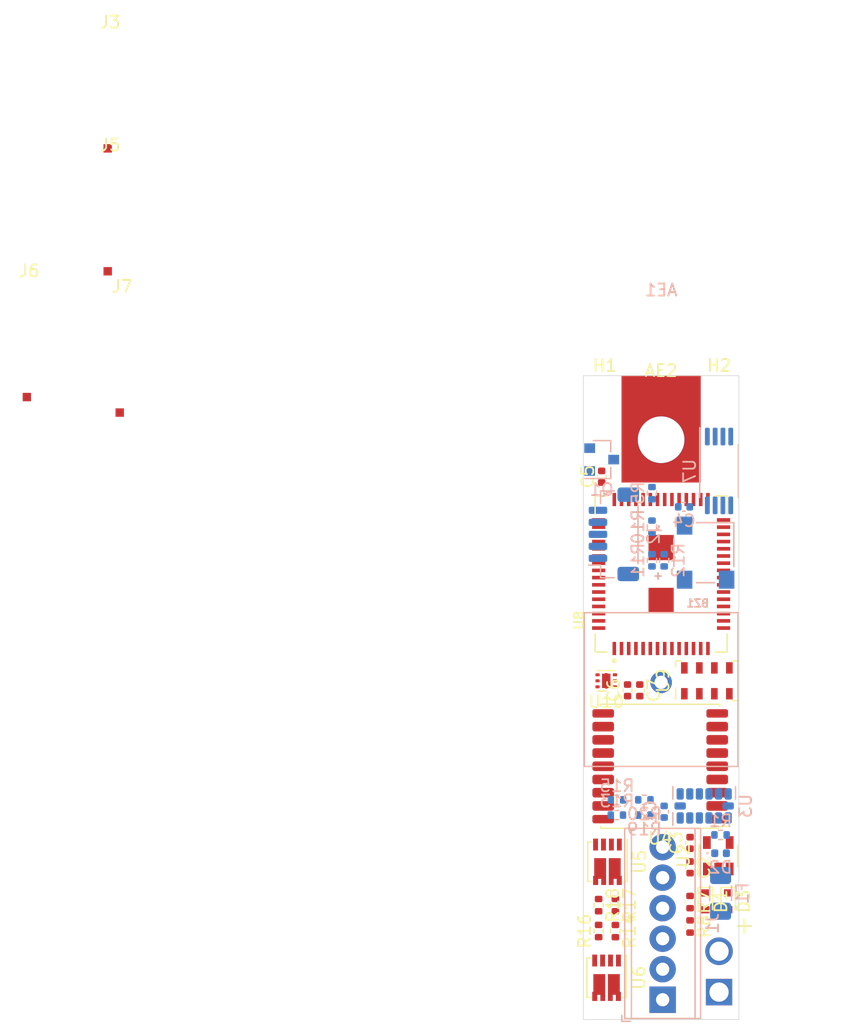
<source format=kicad_pcb>
(kicad_pcb (version 20171130) (host pcbnew 5.1.10)

  (general
    (thickness 1.6)
    (drawings 4)
    (tracks 0)
    (zones 0)
    (modules 48)
    (nets 40)
  )

  (page A4)
  (layers
    (0 F.Cu signal)
    (1 In1.Cu signal)
    (2 In2.Cu signal)
    (31 B.Cu signal)
    (32 B.Adhes user)
    (33 F.Adhes user)
    (34 B.Paste user)
    (35 F.Paste user)
    (36 B.SilkS user)
    (37 F.SilkS user)
    (38 B.Mask user)
    (39 F.Mask user)
    (40 Dwgs.User user)
    (41 Cmts.User user)
    (42 Eco1.User user)
    (43 Eco2.User user)
    (44 Edge.Cuts user)
    (45 Margin user)
    (46 B.CrtYd user)
    (47 F.CrtYd user)
    (48 B.Fab user)
    (49 F.Fab user)
  )

  (setup
    (last_trace_width 0.2)
    (user_trace_width 0.2)
    (user_trace_width 0.29337)
    (user_trace_width 0.3)
    (user_trace_width 0.4)
    (user_trace_width 0.7)
    (user_trace_width 0.8)
    (user_trace_width 1)
    (user_trace_width 1.5)
    (trace_clearance 0.2)
    (zone_clearance 0.3)
    (zone_45_only no)
    (trace_min 0.2)
    (via_size 0.8)
    (via_drill 0.4)
    (via_min_size 0.4)
    (via_min_drill 0.3)
    (user_via 0.6 0.3)
    (uvia_size 0.3)
    (uvia_drill 0.1)
    (uvias_allowed no)
    (uvia_min_size 0.2)
    (uvia_min_drill 0.1)
    (edge_width 0.05)
    (segment_width 0.2)
    (pcb_text_width 0.3)
    (pcb_text_size 1.5 1.5)
    (mod_edge_width 0.12)
    (mod_text_size 1 1)
    (mod_text_width 0.15)
    (pad_size 1.524 1.524)
    (pad_drill 0.762)
    (pad_to_mask_clearance 0)
    (aux_axis_origin 0 0)
    (visible_elements FFFFFF7F)
    (pcbplotparams
      (layerselection 0x010fc_ffffffff)
      (usegerberextensions false)
      (usegerberattributes true)
      (usegerberadvancedattributes true)
      (creategerberjobfile true)
      (excludeedgelayer true)
      (linewidth 0.100000)
      (plotframeref false)
      (viasonmask false)
      (mode 1)
      (useauxorigin false)
      (hpglpennumber 1)
      (hpglpenspeed 20)
      (hpglpendiameter 15.000000)
      (psnegative false)
      (psa4output false)
      (plotreference true)
      (plotvalue true)
      (plotinvisibletext false)
      (padsonsilk false)
      (subtractmaskfromsilk false)
      (outputformat 1)
      (mirror false)
      (drillshape 1)
      (scaleselection 1)
      (outputdirectory ""))
  )

  (net 0 "")
  (net 1 "Net-(BZ1-Pad2)")
  (net 2 /3V3)
  (net 3 GND)
  (net 4 "Net-(D2-Pad2)")
  (net 5 /V_BAT)
  (net 6 "Net-(Q1-Pad1)")
  (net 7 /BUZZER)
  (net 8 /BAT_SENSE)
  (net 9 "Net-(U10-Pad6)")
  (net 10 /GPS_TX)
  (net 11 /GPS_RX)
  (net 12 /PYRO_1_EN)
  (net 13 /PYRO_2_EN)
  (net 14 /PYRO_3_EN)
  (net 15 /PYRO_4_EN)
  (net 16 /EXT_TX)
  (net 17 /EXT_RX)
  (net 18 /SWDIO)
  (net 19 /SWCLK)
  (net 20 "Net-(U9-Pad4)")
  (net 21 "Net-(AE1-Pad1)")
  (net 22 /SCL3)
  (net 23 /SDA3)
  (net 24 /PYRO_1)
  (net 25 /PYRO_3)
  (net 26 /PYRO_4)
  (net 27 /PYRO_2)
  (net 28 "Net-(C2-Pad2)")
  (net 29 "Net-(D1-Pad1)")
  (net 30 "Net-(AE2-Pad1)")
  (net 31 /PYRO_1_MOS)
  (net 32 /PYRO_2_MOS)
  (net 33 /PYRO_3_MOS)
  (net 34 /PYRO_4_MOS)
  (net 35 "Net-(D1-Pad2)")
  (net 36 /LED)
  (net 37 /BOOT0)
  (net 38 "Net-(U10-Pad2)")
  (net 39 "Net-(U3-Pad2)")

  (net_class Default "This is the default net class."
    (clearance 0.2)
    (trace_width 0.25)
    (via_dia 0.8)
    (via_drill 0.4)
    (uvia_dia 0.3)
    (uvia_drill 0.1)
    (add_net /3V3)
    (add_net /3V3_BAK)
    (add_net /BAT_SENSE)
    (add_net /BOOT0)
    (add_net /BUZZER)
    (add_net /EXT_RX)
    (add_net /EXT_TX)
    (add_net /FLASH_CS)
    (add_net /FLASH_MISO)
    (add_net /FLASH_MOSI)
    (add_net /FLASH_SCK)
    (add_net /GPS_RX)
    (add_net /GPS_TX)
    (add_net /LED)
    (add_net /PYRO_1)
    (add_net /PYRO_1_EN)
    (add_net /PYRO_1_MOS)
    (add_net /PYRO_2)
    (add_net /PYRO_2_EN)
    (add_net /PYRO_2_MOS)
    (add_net /PYRO_3)
    (add_net /PYRO_3_EN)
    (add_net /PYRO_3_MOS)
    (add_net /PYRO_4)
    (add_net /PYRO_4_EN)
    (add_net /PYRO_4_MOS)
    (add_net /SCL3)
    (add_net /SDA3)
    (add_net /SWCLK)
    (add_net /SWDIO)
    (add_net /V_BAT)
    (add_net GND)
    (add_net "Net-(AE1-Pad1)")
    (add_net "Net-(AE2-Pad1)")
    (add_net "Net-(BZ1-Pad2)")
    (add_net "Net-(C2-Pad2)")
    (add_net "Net-(D1-Pad1)")
    (add_net "Net-(D1-Pad2)")
    (add_net "Net-(D2-Pad2)")
    (add_net "Net-(Q1-Pad1)")
    (add_net "Net-(U10-Pad2)")
    (add_net "Net-(U10-Pad6)")
    (add_net "Net-(U2-Pad4)")
    (add_net "Net-(U3-Pad10)")
    (add_net "Net-(U3-Pad11)")
    (add_net "Net-(U3-Pad12)")
    (add_net "Net-(U3-Pad13)")
    (add_net "Net-(U3-Pad14)")
    (add_net "Net-(U3-Pad2)")
    (add_net "Net-(U3-Pad3)")
    (add_net "Net-(U3-Pad7)")
    (add_net "Net-(U3-Pad8)")
    (add_net "Net-(U3-Pad9)")
    (add_net "Net-(U4-Pad14)")
    (add_net "Net-(U4-Pad15)")
    (add_net "Net-(U4-Pad16)")
    (add_net "Net-(U4-Pad17)")
    (add_net "Net-(U4-Pad18)")
    (add_net "Net-(U4-Pad4)")
    (add_net "Net-(U4-Pad5)")
    (add_net "Net-(U4-Pad9)")
    (add_net "Net-(U7-Pad1)")
    (add_net "Net-(U7-Pad2)")
    (add_net "Net-(U7-Pad3)")
    (add_net "Net-(U7-Pad4)")
    (add_net "Net-(U7-Pad5)")
    (add_net "Net-(U7-Pad6)")
    (add_net "Net-(U7-Pad7)")
    (add_net "Net-(U8-Pad12)")
    (add_net "Net-(U8-Pad22)")
    (add_net "Net-(U8-Pad23)")
    (add_net "Net-(U8-Pad27)")
    (add_net "Net-(U8-Pad28)")
    (add_net "Net-(U8-Pad29)")
    (add_net "Net-(U8-Pad30)")
    (add_net "Net-(U8-Pad45)")
    (add_net "Net-(U8-Pad46)")
    (add_net "Net-(U8-Pad47)")
    (add_net "Net-(U8-Pad48)")
    (add_net "Net-(U8-Pad49)")
    (add_net "Net-(U8-Pad54)")
    (add_net "Net-(U8-Pad55)")
    (add_net "Net-(U8-Pad56)")
    (add_net "Net-(U8-Pad57)")
    (add_net "Net-(U8-Pad58)")
    (add_net "Net-(U8-Pad60)")
    (add_net "Net-(U9-Pad4)")
    (add_net "Net-(U9-Pad6)")
  )

  (net_class 50ohm ""
    (clearance 0.23495)
    (trace_width 0.25)
    (via_dia 0.8)
    (via_drill 0.4)
    (uvia_dia 0.3)
    (uvia_drill 0.1)
  )

  (net_class big ""
    (clearance 0.4)
    (trace_width 0.25)
    (via_dia 0.8)
    (via_drill 0.4)
    (uvia_dia 0.3)
    (uvia_drill 0.1)
  )

  (net_class small ""
    (clearance 0.15)
    (trace_width 0.25)
    (via_dia 0.8)
    (via_drill 0.4)
    (uvia_dia 0.3)
    (uvia_drill 0.1)
  )

  (module Resistor_SMD:R_0402_1005Metric (layer B.Cu) (tedit 5F68FEEE) (tstamp 6129EA0D)
    (at 192.53 115.189 180)
    (descr "Resistor SMD 0402 (1005 Metric), square (rectangular) end terminal, IPC_7351 nominal, (Body size source: IPC-SM-782 page 72, https://www.pcb-3d.com/wordpress/wp-content/uploads/ipc-sm-782a_amendment_1_and_2.pdf), generated with kicad-footprint-generator")
    (tags resistor)
    (path /618C6E75)
    (attr smd)
    (fp_text reference R1 (at 0 1.17) (layer B.SilkS)
      (effects (font (size 1 1) (thickness 0.15)) (justify mirror))
    )
    (fp_text value 400 (at 0 -1.17) (layer B.Fab)
      (effects (font (size 1 1) (thickness 0.15)) (justify mirror))
    )
    (fp_text user %R (at 0 0) (layer B.Fab)
      (effects (font (size 0.26 0.26) (thickness 0.04)) (justify mirror))
    )
    (fp_line (start -0.525 -0.27) (end -0.525 0.27) (layer B.Fab) (width 0.1))
    (fp_line (start -0.525 0.27) (end 0.525 0.27) (layer B.Fab) (width 0.1))
    (fp_line (start 0.525 0.27) (end 0.525 -0.27) (layer B.Fab) (width 0.1))
    (fp_line (start 0.525 -0.27) (end -0.525 -0.27) (layer B.Fab) (width 0.1))
    (fp_line (start -0.153641 0.38) (end 0.153641 0.38) (layer B.SilkS) (width 0.12))
    (fp_line (start -0.153641 -0.38) (end 0.153641 -0.38) (layer B.SilkS) (width 0.12))
    (fp_line (start -0.93 -0.47) (end -0.93 0.47) (layer B.CrtYd) (width 0.05))
    (fp_line (start -0.93 0.47) (end 0.93 0.47) (layer B.CrtYd) (width 0.05))
    (fp_line (start 0.93 0.47) (end 0.93 -0.47) (layer B.CrtYd) (width 0.05))
    (fp_line (start 0.93 -0.47) (end -0.93 -0.47) (layer B.CrtYd) (width 0.05))
    (pad 2 smd roundrect (at 0.51 0 180) (size 0.54 0.64) (layers B.Cu B.Paste B.Mask) (roundrect_rratio 0.25)
      (net 36 /LED))
    (pad 1 smd roundrect (at -0.51 0 180) (size 0.54 0.64) (layers B.Cu B.Paste B.Mask) (roundrect_rratio 0.25)
      (net 4 "Net-(D2-Pad2)"))
    (model ${KISYS3DMOD}/Resistor_SMD.3dshapes/R_0402_1005Metric.wrl
      (at (xyz 0 0 0))
      (scale (xyz 1 1 1))
      (rotate (xyz 0 0 0))
    )
  )

  (module Diode_SMD:D_0402_1005Metric (layer B.Cu) (tedit 5F68FEF0) (tstamp 6129E88E)
    (at 192.532 116.713)
    (descr "Diode SMD 0402 (1005 Metric), square (rectangular) end terminal, IPC_7351 nominal, (Body size source: http://www.tortai-tech.com/upload/download/2011102023233369053.pdf), generated with kicad-footprint-generator")
    (tags diode)
    (path /618B8760)
    (attr smd)
    (fp_text reference D2 (at 0 1.17) (layer B.SilkS)
      (effects (font (size 1 1) (thickness 0.15)) (justify mirror))
    )
    (fp_text value LED (at 0 -1.17) (layer B.Fab)
      (effects (font (size 1 1) (thickness 0.15)) (justify mirror))
    )
    (fp_text user %R (at 0 0) (layer B.Fab)
      (effects (font (size 0.25 0.25) (thickness 0.04)) (justify mirror))
    )
    (fp_circle (center -1.09 0) (end -1.04 0) (layer B.SilkS) (width 0.1))
    (fp_line (start -0.5 -0.25) (end -0.5 0.25) (layer B.Fab) (width 0.1))
    (fp_line (start -0.5 0.25) (end 0.5 0.25) (layer B.Fab) (width 0.1))
    (fp_line (start 0.5 0.25) (end 0.5 -0.25) (layer B.Fab) (width 0.1))
    (fp_line (start 0.5 -0.25) (end -0.5 -0.25) (layer B.Fab) (width 0.1))
    (fp_line (start -0.4 -0.25) (end -0.4 0.25) (layer B.Fab) (width 0.1))
    (fp_line (start -0.3 -0.25) (end -0.3 0.25) (layer B.Fab) (width 0.1))
    (fp_line (start -0.93 -0.47) (end -0.93 0.47) (layer B.CrtYd) (width 0.05))
    (fp_line (start -0.93 0.47) (end 0.93 0.47) (layer B.CrtYd) (width 0.05))
    (fp_line (start 0.93 0.47) (end 0.93 -0.47) (layer B.CrtYd) (width 0.05))
    (fp_line (start 0.93 -0.47) (end -0.93 -0.47) (layer B.CrtYd) (width 0.05))
    (pad 2 smd roundrect (at 0.485 0) (size 0.59 0.64) (layers B.Cu B.Paste B.Mask) (roundrect_rratio 0.25)
      (net 4 "Net-(D2-Pad2)"))
    (pad 1 smd roundrect (at -0.485 0) (size 0.59 0.64) (layers B.Cu B.Paste B.Mask) (roundrect_rratio 0.25)
      (net 3 GND))
    (model ${KISYS3DMOD}/Diode_SMD.3dshapes/D_0402_1005Metric.wrl
      (at (xyz 0 0 0))
      (scale (xyz 1 1 1))
      (rotate (xyz 0 0 0))
    )
  )

  (module Capacitor_SMD:C_0402_1005Metric (layer B.Cu) (tedit 5F68FEEE) (tstamp 61298029)
    (at 189.484 87.884)
    (descr "Capacitor SMD 0402 (1005 Metric), square (rectangular) end terminal, IPC_7351 nominal, (Body size source: IPC-SM-782 page 76, https://www.pcb-3d.com/wordpress/wp-content/uploads/ipc-sm-782a_amendment_1_and_2.pdf), generated with kicad-footprint-generator")
    (tags capacitor)
    (path /618028E5)
    (attr smd)
    (fp_text reference C4 (at 0 1.16) (layer B.SilkS)
      (effects (font (size 1 1) (thickness 0.15)) (justify mirror))
    )
    (fp_text value 0.1u (at 0 -1.16) (layer B.Fab)
      (effects (font (size 1 1) (thickness 0.15)) (justify mirror))
    )
    (fp_text user %R (at 0 0) (layer B.Fab)
      (effects (font (size 0.25 0.25) (thickness 0.04)) (justify mirror))
    )
    (fp_line (start -0.5 -0.25) (end -0.5 0.25) (layer B.Fab) (width 0.1))
    (fp_line (start -0.5 0.25) (end 0.5 0.25) (layer B.Fab) (width 0.1))
    (fp_line (start 0.5 0.25) (end 0.5 -0.25) (layer B.Fab) (width 0.1))
    (fp_line (start 0.5 -0.25) (end -0.5 -0.25) (layer B.Fab) (width 0.1))
    (fp_line (start -0.107836 0.36) (end 0.107836 0.36) (layer B.SilkS) (width 0.12))
    (fp_line (start -0.107836 -0.36) (end 0.107836 -0.36) (layer B.SilkS) (width 0.12))
    (fp_line (start -0.91 -0.46) (end -0.91 0.46) (layer B.CrtYd) (width 0.05))
    (fp_line (start -0.91 0.46) (end 0.91 0.46) (layer B.CrtYd) (width 0.05))
    (fp_line (start 0.91 0.46) (end 0.91 -0.46) (layer B.CrtYd) (width 0.05))
    (fp_line (start 0.91 -0.46) (end -0.91 -0.46) (layer B.CrtYd) (width 0.05))
    (pad 2 smd roundrect (at 0.48 0) (size 0.56 0.62) (layers B.Cu B.Paste B.Mask) (roundrect_rratio 0.25)
      (net 2 /3V3))
    (pad 1 smd roundrect (at -0.48 0) (size 0.56 0.62) (layers B.Cu B.Paste B.Mask) (roundrect_rratio 0.25)
      (net 3 GND))
    (model ${KISYS3DMOD}/Capacitor_SMD.3dshapes/C_0402_1005Metric.wrl
      (at (xyz 0 0 0))
      (scale (xyz 1 1 1))
      (rotate (xyz 0 0 0))
    )
  )

  (module Capacitor_SMD:C_0402_1005Metric (layer B.Cu) (tedit 5F68FEEE) (tstamp 61297FD8)
    (at 187.833 113.256 270)
    (descr "Capacitor SMD 0402 (1005 Metric), square (rectangular) end terminal, IPC_7351 nominal, (Body size source: IPC-SM-782 page 76, https://www.pcb-3d.com/wordpress/wp-content/uploads/ipc-sm-782a_amendment_1_and_2.pdf), generated with kicad-footprint-generator")
    (tags capacitor)
    (path /6177C106)
    (attr smd)
    (fp_text reference C1 (at 0 1.16 270) (layer B.SilkS)
      (effects (font (size 1 1) (thickness 0.15)) (justify mirror))
    )
    (fp_text value 0.1u (at 0 -1.16 270) (layer B.Fab)
      (effects (font (size 1 1) (thickness 0.15)) (justify mirror))
    )
    (fp_text user %R (at 0 0 270) (layer B.Fab)
      (effects (font (size 0.25 0.25) (thickness 0.04)) (justify mirror))
    )
    (fp_line (start -0.5 -0.25) (end -0.5 0.25) (layer B.Fab) (width 0.1))
    (fp_line (start -0.5 0.25) (end 0.5 0.25) (layer B.Fab) (width 0.1))
    (fp_line (start 0.5 0.25) (end 0.5 -0.25) (layer B.Fab) (width 0.1))
    (fp_line (start 0.5 -0.25) (end -0.5 -0.25) (layer B.Fab) (width 0.1))
    (fp_line (start -0.107836 0.36) (end 0.107836 0.36) (layer B.SilkS) (width 0.12))
    (fp_line (start -0.107836 -0.36) (end 0.107836 -0.36) (layer B.SilkS) (width 0.12))
    (fp_line (start -0.91 -0.46) (end -0.91 0.46) (layer B.CrtYd) (width 0.05))
    (fp_line (start -0.91 0.46) (end 0.91 0.46) (layer B.CrtYd) (width 0.05))
    (fp_line (start 0.91 0.46) (end 0.91 -0.46) (layer B.CrtYd) (width 0.05))
    (fp_line (start 0.91 -0.46) (end -0.91 -0.46) (layer B.CrtYd) (width 0.05))
    (pad 2 smd roundrect (at 0.48 0 270) (size 0.56 0.62) (layers B.Cu B.Paste B.Mask) (roundrect_rratio 0.25)
      (net 2 /3V3))
    (pad 1 smd roundrect (at -0.48 0 270) (size 0.56 0.62) (layers B.Cu B.Paste B.Mask) (roundrect_rratio 0.25)
      (net 3 GND))
    (model ${KISYS3DMOD}/Capacitor_SMD.3dshapes/C_0402_1005Metric.wrl
      (at (xyz 0 0 0))
      (scale (xyz 1 1 1))
      (rotate (xyz 0 0 0))
    )
  )

  (module Package_SO:TSSOP-8_4.4x3mm_P0.65mm (layer B.Cu) (tedit 5E476F32) (tstamp 61295E25)
    (at 192.405 84.8945 270)
    (descr "TSSOP, 8 Pin (JEDEC MO-153 Var AA https://www.jedec.org/document_search?search_api_views_fulltext=MO-153), generated with kicad-footprint-generator ipc_gullwing_generator.py")
    (tags "TSSOP SO")
    (path /6170BE66)
    (attr smd)
    (fp_text reference U7 (at 0 2.45 270) (layer B.SilkS)
      (effects (font (size 1 1) (thickness 0.15)) (justify mirror))
    )
    (fp_text value " AT25XE041B-XMHN-T " (at 0 -2.45 270) (layer B.Fab)
      (effects (font (size 1 1) (thickness 0.15)) (justify mirror))
    )
    (fp_text user %R (at 0 0 270) (layer B.Fab)
      (effects (font (size 1 1) (thickness 0.15)) (justify mirror))
    )
    (fp_line (start 0 -1.61) (end 2.2 -1.61) (layer B.SilkS) (width 0.12))
    (fp_line (start 0 -1.61) (end -2.2 -1.61) (layer B.SilkS) (width 0.12))
    (fp_line (start 0 1.61) (end 2.2 1.61) (layer B.SilkS) (width 0.12))
    (fp_line (start 0 1.61) (end -3.6 1.61) (layer B.SilkS) (width 0.12))
    (fp_line (start -1.45 1.5) (end 2.2 1.5) (layer B.Fab) (width 0.1))
    (fp_line (start 2.2 1.5) (end 2.2 -1.5) (layer B.Fab) (width 0.1))
    (fp_line (start 2.2 -1.5) (end -2.2 -1.5) (layer B.Fab) (width 0.1))
    (fp_line (start -2.2 -1.5) (end -2.2 0.75) (layer B.Fab) (width 0.1))
    (fp_line (start -2.2 0.75) (end -1.45 1.5) (layer B.Fab) (width 0.1))
    (fp_line (start -3.85 1.75) (end -3.85 -1.75) (layer B.CrtYd) (width 0.05))
    (fp_line (start -3.85 -1.75) (end 3.85 -1.75) (layer B.CrtYd) (width 0.05))
    (fp_line (start 3.85 -1.75) (end 3.85 1.75) (layer B.CrtYd) (width 0.05))
    (fp_line (start 3.85 1.75) (end -3.85 1.75) (layer B.CrtYd) (width 0.05))
    (pad 8 smd roundrect (at 2.8625 0.975 270) (size 1.475 0.4) (layers B.Cu B.Paste B.Mask) (roundrect_rratio 0.25)
      (net 2 /3V3))
    (pad 7 smd roundrect (at 2.8625 0.325 270) (size 1.475 0.4) (layers B.Cu B.Paste B.Mask) (roundrect_rratio 0.25))
    (pad 6 smd roundrect (at 2.8625 -0.325 270) (size 1.475 0.4) (layers B.Cu B.Paste B.Mask) (roundrect_rratio 0.25))
    (pad 5 smd roundrect (at 2.8625 -0.975 270) (size 1.475 0.4) (layers B.Cu B.Paste B.Mask) (roundrect_rratio 0.25))
    (pad 4 smd roundrect (at -2.8625 -0.975 270) (size 1.475 0.4) (layers B.Cu B.Paste B.Mask) (roundrect_rratio 0.25))
    (pad 3 smd roundrect (at -2.8625 -0.325 270) (size 1.475 0.4) (layers B.Cu B.Paste B.Mask) (roundrect_rratio 0.25))
    (pad 2 smd roundrect (at -2.8625 0.325 270) (size 1.475 0.4) (layers B.Cu B.Paste B.Mask) (roundrect_rratio 0.25))
    (pad 1 smd roundrect (at -2.8625 0.975 270) (size 1.475 0.4) (layers B.Cu B.Paste B.Mask) (roundrect_rratio 0.25))
    (model ${KISYS3DMOD}/Package_SO.3dshapes/TSSOP-8_4.4x3mm_P0.65mm.wrl
      (at (xyz 0 0 0))
      (scale (xyz 1 1 1))
      (rotate (xyz 0 0 0))
    )
  )

  (module Package_LGA:LGA-14_3x5mm_P0.8mm_LayoutBorder1x6y (layer B.Cu) (tedit 5D9F7937) (tstamp 61295D5F)
    (at 191.167 112.776 90)
    (descr "LGA, 14 Pin (http://www.st.com/resource/en/datasheet/lsm303dlhc.pdf), generated with kicad-footprint-generator ipc_noLead_generator.py")
    (tags "LGA NoLead")
    (path /61753DEF)
    (attr smd)
    (fp_text reference U3 (at 0 3.45 90) (layer B.SilkS)
      (effects (font (size 1 1) (thickness 0.15)) (justify mirror))
    )
    (fp_text value ADXL343 (at 0 -3.45 90) (layer B.Fab)
      (effects (font (size 1 1) (thickness 0.15)) (justify mirror))
    )
    (fp_text user %R (at 0 0 90) (layer B.Fab)
      (effects (font (size 0.75 0.75) (thickness 0.11)) (justify mirror))
    )
    (fp_line (start 0.56 2.61) (end 1.61 2.61) (layer B.SilkS) (width 0.12))
    (fp_line (start -0.56 -2.61) (end -1.61 -2.61) (layer B.SilkS) (width 0.12))
    (fp_line (start 0.56 -2.61) (end 1.61 -2.61) (layer B.SilkS) (width 0.12))
    (fp_line (start -0.75 2.5) (end 1.5 2.5) (layer B.Fab) (width 0.1))
    (fp_line (start 1.5 2.5) (end 1.5 -2.5) (layer B.Fab) (width 0.1))
    (fp_line (start 1.5 -2.5) (end -1.5 -2.5) (layer B.Fab) (width 0.1))
    (fp_line (start -1.5 -2.5) (end -1.5 1.75) (layer B.Fab) (width 0.1))
    (fp_line (start -1.5 1.75) (end -0.75 2.5) (layer B.Fab) (width 0.1))
    (fp_line (start -1.75 2.75) (end -1.75 -2.75) (layer B.CrtYd) (width 0.05))
    (fp_line (start -1.75 -2.75) (end 1.75 -2.75) (layer B.CrtYd) (width 0.05))
    (fp_line (start 1.75 -2.75) (end 1.75 2.75) (layer B.CrtYd) (width 0.05))
    (fp_line (start 1.75 2.75) (end -1.75 2.75) (layer B.CrtYd) (width 0.05))
    (pad 14 smd roundrect (at 0 2 90) (size 0.6 0.95) (layers B.Cu B.Paste B.Mask) (roundrect_rratio 0.25))
    (pad 13 smd roundrect (at 1 2 90) (size 0.95 0.6) (layers B.Cu B.Paste B.Mask) (roundrect_rratio 0.25))
    (pad 12 smd roundrect (at 1 1.2 90) (size 0.95 0.6) (layers B.Cu B.Paste B.Mask) (roundrect_rratio 0.25))
    (pad 11 smd roundrect (at 1 0.4 90) (size 0.95 0.6) (layers B.Cu B.Paste B.Mask) (roundrect_rratio 0.25))
    (pad 10 smd roundrect (at 1 -0.4 90) (size 0.95 0.6) (layers B.Cu B.Paste B.Mask) (roundrect_rratio 0.25))
    (pad 9 smd roundrect (at 1 -1.2 90) (size 0.95 0.6) (layers B.Cu B.Paste B.Mask) (roundrect_rratio 0.25))
    (pad 8 smd roundrect (at 1 -2 90) (size 0.95 0.6) (layers B.Cu B.Paste B.Mask) (roundrect_rratio 0.25))
    (pad 7 smd roundrect (at 0 -2 90) (size 0.6 0.95) (layers B.Cu B.Paste B.Mask) (roundrect_rratio 0.25))
    (pad 6 smd roundrect (at -1 -2 90) (size 0.95 0.6) (layers B.Cu B.Paste B.Mask) (roundrect_rratio 0.25)
      (net 2 /3V3))
    (pad 5 smd roundrect (at -1 -1.2 90) (size 0.95 0.6) (layers B.Cu B.Paste B.Mask) (roundrect_rratio 0.25)
      (net 39 "Net-(U3-Pad2)"))
    (pad 4 smd roundrect (at -1 -0.4 90) (size 0.95 0.6) (layers B.Cu B.Paste B.Mask) (roundrect_rratio 0.25)
      (net 39 "Net-(U3-Pad2)"))
    (pad 3 smd roundrect (at -1 0.4 90) (size 0.95 0.6) (layers B.Cu B.Paste B.Mask) (roundrect_rratio 0.25))
    (pad 2 smd roundrect (at -1 1.2 90) (size 0.95 0.6) (layers B.Cu B.Paste B.Mask) (roundrect_rratio 0.25)
      (net 39 "Net-(U3-Pad2)"))
    (pad 1 smd roundrect (at -1 2 90) (size 0.95 0.6) (layers B.Cu B.Paste B.Mask) (roundrect_rratio 0.25)
      (net 2 /3V3))
    (model ${KISYS3DMOD}/Package_LGA.3dshapes/LGA-14_3x5mm_P0.8mm_LayoutBorder1x6y.wrl
      (at (xyz 0 0 0))
      (scale (xyz 1 1 1))
      (rotate (xyz 0 0 0))
    )
  )

  (module custom:xt30_pigtail (layer F.Cu) (tedit 6127D610) (tstamp 61258873)
    (at 192.405 128.27 90)
    (descr "Connector XT30 Vertical Cable Male, https://www.tme.eu/en/Document/3cbfa5cfa544d79584972dd5234a409e/XT30U%20SPEC.pdf")
    (tags "RC Connector XT30")
    (path /61129E92)
    (fp_text reference U1 (at 2.5 -4 90) (layer F.SilkS) hide
      (effects (font (size 1 1) (thickness 0.15)))
    )
    (fp_text value JST-RCY (at 2.5 4 90) (layer F.Fab)
      (effects (font (size 1 1) (thickness 0.15)))
    )
    (fp_text user + (at 5.5 2 90) (layer F.SilkS)
      (effects (font (size 1.5 1.5) (thickness 0.15)))
    )
    (fp_text user %R (at 2.5 0 90) (layer F.Fab)
      (effects (font (size 1 1) (thickness 0.15)))
    )
    (pad 2 thru_hole circle (at 3.4 0 90) (size 2.3 2.3) (drill 1.6) (layers *.Cu *.Mask)
      (net 35 "Net-(D1-Pad2)"))
    (pad 1 thru_hole rect (at 0 0 90) (size 2.2 2.2) (drill 1.6) (layers *.Cu *.Mask)
      (net 3 GND))
    (model ${KISYS3DMOD}/Connector_AMASS.3dshapes/AMASS_XT30U-M_1x02_P5.0mm_Vertical.wrl
      (at (xyz 0 0 0))
      (scale (xyz 1 1 1))
      (rotate (xyz 0 0 0))
    )
  )

  (module Diode_SMD:D_SOD-523 (layer F.Cu) (tedit 586419F0) (tstamp 6128C1A3)
    (at 193.167 120.712 270)
    (descr "http://www.diodes.com/datasheets/ap02001.pdf p.144")
    (tags "Diode SOD523")
    (path /63218987)
    (attr smd)
    (fp_text reference D3 (at 0 -1.3 90) (layer F.SilkS)
      (effects (font (size 1 1) (thickness 0.15)))
    )
    (fp_text value ZLLS350TA (at 0 1.4 90) (layer F.Fab)
      (effects (font (size 1 1) (thickness 0.15)))
    )
    (fp_text user %R (at 0 -1.3 90) (layer F.Fab)
      (effects (font (size 1 1) (thickness 0.15)))
    )
    (fp_line (start -1.15 -0.6) (end -1.15 0.6) (layer F.SilkS) (width 0.12))
    (fp_line (start 1.25 -0.7) (end 1.25 0.7) (layer F.CrtYd) (width 0.05))
    (fp_line (start -1.25 -0.7) (end 1.25 -0.7) (layer F.CrtYd) (width 0.05))
    (fp_line (start -1.25 0.7) (end -1.25 -0.7) (layer F.CrtYd) (width 0.05))
    (fp_line (start 1.25 0.7) (end -1.25 0.7) (layer F.CrtYd) (width 0.05))
    (fp_line (start 0.1 0) (end 0.25 0) (layer F.Fab) (width 0.1))
    (fp_line (start 0.1 -0.2) (end -0.2 0) (layer F.Fab) (width 0.1))
    (fp_line (start 0.1 0.2) (end 0.1 -0.2) (layer F.Fab) (width 0.1))
    (fp_line (start -0.2 0) (end 0.1 0.2) (layer F.Fab) (width 0.1))
    (fp_line (start -0.2 0) (end -0.35 0) (layer F.Fab) (width 0.1))
    (fp_line (start -0.2 0.2) (end -0.2 -0.2) (layer F.Fab) (width 0.1))
    (fp_line (start 0.65 -0.45) (end 0.65 0.45) (layer F.Fab) (width 0.1))
    (fp_line (start -0.65 -0.45) (end 0.65 -0.45) (layer F.Fab) (width 0.1))
    (fp_line (start -0.65 0.45) (end -0.65 -0.45) (layer F.Fab) (width 0.1))
    (fp_line (start 0.65 0.45) (end -0.65 0.45) (layer F.Fab) (width 0.1))
    (fp_line (start 0.7 -0.6) (end -1.15 -0.6) (layer F.SilkS) (width 0.12))
    (fp_line (start 0.7 0.6) (end -1.15 0.6) (layer F.SilkS) (width 0.12))
    (pad 1 smd rect (at -0.7 0 90) (size 0.6 0.7) (layers F.Cu F.Paste F.Mask)
      (net 28 "Net-(C2-Pad2)"))
    (pad 2 smd rect (at 0.7 0 90) (size 0.6 0.7) (layers F.Cu F.Paste F.Mask)
      (net 35 "Net-(D1-Pad2)"))
    (model ${KISYS3DMOD}/Diode_SMD.3dshapes/D_SOD-523.wrl
      (at (xyz 0 0 0))
      (scale (xyz 1 1 1))
      (rotate (xyz 0 0 0))
    )
  )

  (module Diode_SMD:D_SOD-523 (layer F.Cu) (tedit 586419F0) (tstamp 6128CD14)
    (at 191.262 120.715 270)
    (descr "http://www.diodes.com/datasheets/ap02001.pdf p.144")
    (tags "Diode SOD523")
    (path /6325E345)
    (attr smd)
    (fp_text reference D1 (at 0 -1.3 90) (layer F.SilkS)
      (effects (font (size 1 1) (thickness 0.15)))
    )
    (fp_text value ZLLS350TA (at 0 1.4 90) (layer F.Fab)
      (effects (font (size 1 1) (thickness 0.15)))
    )
    (fp_text user %R (at 0 -1.3 90) (layer F.Fab)
      (effects (font (size 1 1) (thickness 0.15)))
    )
    (fp_line (start -1.15 -0.6) (end -1.15 0.6) (layer F.SilkS) (width 0.12))
    (fp_line (start 1.25 -0.7) (end 1.25 0.7) (layer F.CrtYd) (width 0.05))
    (fp_line (start -1.25 -0.7) (end 1.25 -0.7) (layer F.CrtYd) (width 0.05))
    (fp_line (start -1.25 0.7) (end -1.25 -0.7) (layer F.CrtYd) (width 0.05))
    (fp_line (start 1.25 0.7) (end -1.25 0.7) (layer F.CrtYd) (width 0.05))
    (fp_line (start 0.1 0) (end 0.25 0) (layer F.Fab) (width 0.1))
    (fp_line (start 0.1 -0.2) (end -0.2 0) (layer F.Fab) (width 0.1))
    (fp_line (start 0.1 0.2) (end 0.1 -0.2) (layer F.Fab) (width 0.1))
    (fp_line (start -0.2 0) (end 0.1 0.2) (layer F.Fab) (width 0.1))
    (fp_line (start -0.2 0) (end -0.35 0) (layer F.Fab) (width 0.1))
    (fp_line (start -0.2 0.2) (end -0.2 -0.2) (layer F.Fab) (width 0.1))
    (fp_line (start 0.65 -0.45) (end 0.65 0.45) (layer F.Fab) (width 0.1))
    (fp_line (start -0.65 -0.45) (end 0.65 -0.45) (layer F.Fab) (width 0.1))
    (fp_line (start -0.65 0.45) (end -0.65 -0.45) (layer F.Fab) (width 0.1))
    (fp_line (start 0.65 0.45) (end -0.65 0.45) (layer F.Fab) (width 0.1))
    (fp_line (start 0.7 -0.6) (end -1.15 -0.6) (layer F.SilkS) (width 0.12))
    (fp_line (start 0.7 0.6) (end -1.15 0.6) (layer F.SilkS) (width 0.12))
    (pad 1 smd rect (at -0.7 0 90) (size 0.6 0.7) (layers F.Cu F.Paste F.Mask)
      (net 29 "Net-(D1-Pad1)"))
    (pad 2 smd rect (at 0.7 0 90) (size 0.6 0.7) (layers F.Cu F.Paste F.Mask)
      (net 35 "Net-(D1-Pad2)"))
    (model ${KISYS3DMOD}/Diode_SMD.3dshapes/D_SOD-523.wrl
      (at (xyz 0 0 0))
      (scale (xyz 1 1 1))
      (rotate (xyz 0 0 0))
    )
  )

  (module custom:APAE1575R1240ABDD1-T (layer B.Cu) (tedit 6127CAA3) (tstamp 61283FD5)
    (at 187.579 103.089 180)
    (path /616579CA)
    (fp_text reference AE1 (at 0 33.25) (layer B.SilkS)
      (effects (font (size 1 1) (thickness 0.15)) (justify mirror))
    )
    (fp_text value " APAE1575R1240ABDD1-T " (at 0 34.25) (layer B.Fab)
      (effects (font (size 1 1) (thickness 0.15)) (justify mirror))
    )
    (fp_line (start 6.4 0) (end 6.4 6.4) (layer B.SilkS) (width 0.12))
    (fp_line (start 6.4 6.4) (end -6.4 6.4) (layer B.SilkS) (width 0.12))
    (fp_line (start -6.4 6.4) (end -6.4 -6.4) (layer B.SilkS) (width 0.12))
    (fp_line (start -6.4 -6.4) (end 6.4 -6.4) (layer B.SilkS) (width 0.12))
    (fp_line (start 6.4 -6.4) (end 6.4 0) (layer B.SilkS) (width 0.12))
    (fp_line (start 8.4 -6.4) (end 8.4 -8.4) (layer B.CrtYd) (width 0.12))
    (fp_line (start 8.4 -8.4) (end -8.4 -8.4) (layer B.CrtYd) (width 0.12))
    (fp_line (start -8.4 -8.4) (end -8.4 8.4) (layer B.CrtYd) (width 0.12))
    (fp_line (start -8.4 8.4) (end 8.4 8.4) (layer B.CrtYd) (width 0.12))
    (fp_line (start 8.4 8.4) (end 8.4 -6.4) (layer B.CrtYd) (width 0.12))
    (fp_circle (center 0 0.6) (end 1.2 0.6) (layer F.CrtYd) (width 0.12))
    (pad 1 thru_hole circle (at 0 0.6 180) (size 1.8 1.8) (drill 1.1) (layers *.Cu *.Mask)
      (net 21 "Net-(AE1-Pad1)"))
  )

  (module Fuse:Fuse_1206_3216Metric_Pad1.42x1.75mm_HandSolder (layer B.Cu) (tedit 5F68FEF1) (tstamp 6128A6A8)
    (at 192.532 120.0515 90)
    (descr "Fuse SMD 1206 (3216 Metric), square (rectangular) end terminal, IPC_7351 nominal with elongated pad for handsoldering. (Body size source: http://www.tortai-tech.com/upload/download/2011102023233369053.pdf), generated with kicad-footprint-generator")
    (tags "fuse handsolder")
    (path /61427D32)
    (attr smd)
    (fp_text reference F1 (at 0 1.82 90) (layer B.SilkS)
      (effects (font (size 1 1) (thickness 0.15)) (justify mirror))
    )
    (fp_text value "C1H25 " (at 0 -1.82 90) (layer B.Fab)
      (effects (font (size 1 1) (thickness 0.15)) (justify mirror))
    )
    (fp_text user %R (at 0 0 90) (layer B.Fab)
      (effects (font (size 0.8 0.8) (thickness 0.12)) (justify mirror))
    )
    (fp_line (start -1.6 -0.8) (end -1.6 0.8) (layer B.Fab) (width 0.1))
    (fp_line (start -1.6 0.8) (end 1.6 0.8) (layer B.Fab) (width 0.1))
    (fp_line (start 1.6 0.8) (end 1.6 -0.8) (layer B.Fab) (width 0.1))
    (fp_line (start 1.6 -0.8) (end -1.6 -0.8) (layer B.Fab) (width 0.1))
    (fp_line (start -0.602064 0.91) (end 0.602064 0.91) (layer B.SilkS) (width 0.12))
    (fp_line (start -0.602064 -0.91) (end 0.602064 -0.91) (layer B.SilkS) (width 0.12))
    (fp_line (start -2.45 -1.12) (end -2.45 1.12) (layer B.CrtYd) (width 0.05))
    (fp_line (start -2.45 1.12) (end 2.45 1.12) (layer B.CrtYd) (width 0.05))
    (fp_line (start 2.45 1.12) (end 2.45 -1.12) (layer B.CrtYd) (width 0.05))
    (fp_line (start 2.45 -1.12) (end -2.45 -1.12) (layer B.CrtYd) (width 0.05))
    (pad 2 smd roundrect (at 1.4875 0 90) (size 1.425 1.75) (layers B.Cu B.Paste B.Mask) (roundrect_rratio 0.175439)
      (net 5 /V_BAT))
    (pad 1 smd roundrect (at -1.4875 0 90) (size 1.425 1.75) (layers B.Cu B.Paste B.Mask) (roundrect_rratio 0.175439)
      (net 35 "Net-(D1-Pad2)"))
    (model ${KISYS3DMOD}/Fuse.3dshapes/Fuse_1206_3216Metric.wrl
      (at (xyz 0 0 0))
      (scale (xyz 1 1 1))
      (rotate (xyz 0 0 0))
    )
  )

  (module MountingHole:MountingHole_2.2mm_M2_ISO7380 (layer F.Cu) (tedit 56D1B4CB) (tstamp 61282D97)
    (at 182.88 78.867)
    (descr "Mounting Hole 2.2mm, no annular, M2, ISO7380")
    (tags "mounting hole 2.2mm no annular m2 iso7380")
    (path /61E1AEC0)
    (attr virtual)
    (fp_text reference H1 (at 0 -2.75) (layer F.SilkS)
      (effects (font (size 1 1) (thickness 0.15)))
    )
    (fp_text value MountingHole (at 0 2.75) (layer F.Fab)
      (effects (font (size 1 1) (thickness 0.15)))
    )
    (fp_text user %R (at 0.3 0) (layer F.Fab)
      (effects (font (size 1 1) (thickness 0.15)))
    )
    (fp_circle (center 0 0) (end 1.75 0) (layer Cmts.User) (width 0.15))
    (fp_circle (center 0 0) (end 2 0) (layer F.CrtYd) (width 0.05))
    (pad 1 np_thru_hole circle (at 0 0) (size 2.2 2.2) (drill 2.2) (layers *.Cu *.Mask))
  )

  (module Connector_JST:JST_SH_BM05B-SRSS-TB_1x05-1MP_P1.00mm_Vertical (layer B.Cu) (tedit 5B78AD87) (tstamp 6128B10D)
    (at 183.642 90.17 90)
    (descr "JST SH series connector, BM05B-SRSS-TB (http://www.jst-mfg.com/product/pdf/eng/eSH.pdf), generated with kicad-footprint-generator")
    (tags "connector JST SH side entry")
    (path /61603EBB)
    (attr smd)
    (fp_text reference J2 (at 0 3.3 270) (layer B.SilkS)
      (effects (font (size 1 1) (thickness 0.15)) (justify mirror))
    )
    (fp_text value Conn_01x05 (at 0 -3.3 270) (layer B.Fab)
      (effects (font (size 1 1) (thickness 0.15)) (justify mirror))
    )
    (fp_text user %R (at 0 0.25 270) (layer B.Fab)
      (effects (font (size 1 1) (thickness 0.15)) (justify mirror))
    )
    (fp_line (start -3.5 -1) (end 3.5 -1) (layer B.Fab) (width 0.1))
    (fp_line (start -3.61 0.04) (end -3.61 -1.11) (layer B.SilkS) (width 0.12))
    (fp_line (start -3.61 -1.11) (end -2.56 -1.11) (layer B.SilkS) (width 0.12))
    (fp_line (start -2.56 -1.11) (end -2.56 -2.1) (layer B.SilkS) (width 0.12))
    (fp_line (start 3.61 0.04) (end 3.61 -1.11) (layer B.SilkS) (width 0.12))
    (fp_line (start 3.61 -1.11) (end 2.56 -1.11) (layer B.SilkS) (width 0.12))
    (fp_line (start -2.44 2.01) (end 2.44 2.01) (layer B.SilkS) (width 0.12))
    (fp_line (start -3.5 1.9) (end 3.5 1.9) (layer B.Fab) (width 0.1))
    (fp_line (start -3.5 -1) (end -3.5 1.9) (layer B.Fab) (width 0.1))
    (fp_line (start 3.5 -1) (end 3.5 1.9) (layer B.Fab) (width 0.1))
    (fp_line (start -2.15 1.55) (end -2.15 0.95) (layer B.Fab) (width 0.1))
    (fp_line (start -2.15 0.95) (end -1.85 0.95) (layer B.Fab) (width 0.1))
    (fp_line (start -1.85 0.95) (end -1.85 1.55) (layer B.Fab) (width 0.1))
    (fp_line (start -1.85 1.55) (end -2.15 1.55) (layer B.Fab) (width 0.1))
    (fp_line (start -1.15 1.55) (end -1.15 0.95) (layer B.Fab) (width 0.1))
    (fp_line (start -1.15 0.95) (end -0.85 0.95) (layer B.Fab) (width 0.1))
    (fp_line (start -0.85 0.95) (end -0.85 1.55) (layer B.Fab) (width 0.1))
    (fp_line (start -0.85 1.55) (end -1.15 1.55) (layer B.Fab) (width 0.1))
    (fp_line (start -0.15 1.55) (end -0.15 0.95) (layer B.Fab) (width 0.1))
    (fp_line (start -0.15 0.95) (end 0.15 0.95) (layer B.Fab) (width 0.1))
    (fp_line (start 0.15 0.95) (end 0.15 1.55) (layer B.Fab) (width 0.1))
    (fp_line (start 0.15 1.55) (end -0.15 1.55) (layer B.Fab) (width 0.1))
    (fp_line (start 0.85 1.55) (end 0.85 0.95) (layer B.Fab) (width 0.1))
    (fp_line (start 0.85 0.95) (end 1.15 0.95) (layer B.Fab) (width 0.1))
    (fp_line (start 1.15 0.95) (end 1.15 1.55) (layer B.Fab) (width 0.1))
    (fp_line (start 1.15 1.55) (end 0.85 1.55) (layer B.Fab) (width 0.1))
    (fp_line (start 1.85 1.55) (end 1.85 0.95) (layer B.Fab) (width 0.1))
    (fp_line (start 1.85 0.95) (end 2.15 0.95) (layer B.Fab) (width 0.1))
    (fp_line (start 2.15 0.95) (end 2.15 1.55) (layer B.Fab) (width 0.1))
    (fp_line (start 2.15 1.55) (end 1.85 1.55) (layer B.Fab) (width 0.1))
    (fp_line (start -4.4 2.6) (end -4.4 -2.6) (layer B.CrtYd) (width 0.05))
    (fp_line (start -4.4 -2.6) (end 4.4 -2.6) (layer B.CrtYd) (width 0.05))
    (fp_line (start 4.4 -2.6) (end 4.4 2.6) (layer B.CrtYd) (width 0.05))
    (fp_line (start 4.4 2.6) (end -4.4 2.6) (layer B.CrtYd) (width 0.05))
    (fp_line (start -2.5 -1) (end -2 -0.292893) (layer B.Fab) (width 0.1))
    (fp_line (start -2 -0.292893) (end -1.5 -1) (layer B.Fab) (width 0.1))
    (pad MP smd roundrect (at 3.3 1.2 90) (size 1.2 1.8) (layers B.Cu B.Paste B.Mask) (roundrect_rratio 0.208333))
    (pad MP smd roundrect (at -3.3 1.2 90) (size 1.2 1.8) (layers B.Cu B.Paste B.Mask) (roundrect_rratio 0.208333))
    (pad 5 smd roundrect (at 2 -1.325 90) (size 0.6 1.55) (layers B.Cu B.Paste B.Mask) (roundrect_rratio 0.25)
      (net 37 /BOOT0))
    (pad 4 smd roundrect (at 1 -1.325 90) (size 0.6 1.55) (layers B.Cu B.Paste B.Mask) (roundrect_rratio 0.25)
      (net 2 /3V3))
    (pad 3 smd roundrect (at 0 -1.325 90) (size 0.6 1.55) (layers B.Cu B.Paste B.Mask) (roundrect_rratio 0.25)
      (net 16 /EXT_TX))
    (pad 2 smd roundrect (at -1 -1.325 90) (size 0.6 1.55) (layers B.Cu B.Paste B.Mask) (roundrect_rratio 0.25)
      (net 17 /EXT_RX))
    (pad 1 smd roundrect (at -2 -1.325 90) (size 0.6 1.55) (layers B.Cu B.Paste B.Mask) (roundrect_rratio 0.25)
      (net 3 GND))
    (model ${KISYS3DMOD}/Connector_JST.3dshapes/JST_SH_BM05B-SRSS-TB_1x05-1MP_P1.00mm_Vertical.wrl
      (at (xyz 0 0 0))
      (scale (xyz 1 1 1))
      (rotate (xyz 0 0 0))
    )
  )

  (module Resistor_SMD:R_0402_1005Metric (layer B.Cu) (tedit 5F68FEEE) (tstamp 6125884A)
    (at 186.182 112.268)
    (descr "Resistor SMD 0402 (1005 Metric), square (rectangular) end terminal, IPC_7351 nominal, (Body size source: IPC-SM-782 page 72, https://www.pcb-3d.com/wordpress/wp-content/uploads/ipc-sm-782a_amendment_1_and_2.pdf), generated with kicad-footprint-generator")
    (tags resistor)
    (path /628292D7)
    (attr smd)
    (fp_text reference R20 (at 0 1.17) (layer B.SilkS)
      (effects (font (size 1 1) (thickness 0.15)) (justify mirror))
    )
    (fp_text value 10k (at 0 -1.17) (layer B.Fab)
      (effects (font (size 1 1) (thickness 0.15)) (justify mirror))
    )
    (fp_text user %R (at 0 0) (layer B.Fab)
      (effects (font (size 0.26 0.26) (thickness 0.04)) (justify mirror))
    )
    (fp_line (start -0.525 -0.27) (end -0.525 0.27) (layer B.Fab) (width 0.1))
    (fp_line (start -0.525 0.27) (end 0.525 0.27) (layer B.Fab) (width 0.1))
    (fp_line (start 0.525 0.27) (end 0.525 -0.27) (layer B.Fab) (width 0.1))
    (fp_line (start 0.525 -0.27) (end -0.525 -0.27) (layer B.Fab) (width 0.1))
    (fp_line (start -0.153641 0.38) (end 0.153641 0.38) (layer B.SilkS) (width 0.12))
    (fp_line (start -0.153641 -0.38) (end 0.153641 -0.38) (layer B.SilkS) (width 0.12))
    (fp_line (start -0.93 -0.47) (end -0.93 0.47) (layer B.CrtYd) (width 0.05))
    (fp_line (start -0.93 0.47) (end 0.93 0.47) (layer B.CrtYd) (width 0.05))
    (fp_line (start 0.93 0.47) (end 0.93 -0.47) (layer B.CrtYd) (width 0.05))
    (fp_line (start 0.93 -0.47) (end -0.93 -0.47) (layer B.CrtYd) (width 0.05))
    (pad 2 smd roundrect (at 0.51 0) (size 0.54 0.64) (layers B.Cu B.Paste B.Mask) (roundrect_rratio 0.25)
      (net 3 GND))
    (pad 1 smd roundrect (at -0.51 0) (size 0.54 0.64) (layers B.Cu B.Paste B.Mask) (roundrect_rratio 0.25)
      (net 13 /PYRO_2_EN))
    (model ${KISYS3DMOD}/Resistor_SMD.3dshapes/R_0402_1005Metric.wrl
      (at (xyz 0 0 0))
      (scale (xyz 1 1 1))
      (rotate (xyz 0 0 0))
    )
  )

  (module Resistor_SMD:R_0402_1005Metric (layer B.Cu) (tedit 5F68FEEE) (tstamp 61258839)
    (at 186.18 113.538)
    (descr "Resistor SMD 0402 (1005 Metric), square (rectangular) end terminal, IPC_7351 nominal, (Body size source: IPC-SM-782 page 72, https://www.pcb-3d.com/wordpress/wp-content/uploads/ipc-sm-782a_amendment_1_and_2.pdf), generated with kicad-footprint-generator")
    (tags resistor)
    (path /6279FBB4)
    (attr smd)
    (fp_text reference R19 (at 0 1.17) (layer B.SilkS)
      (effects (font (size 1 1) (thickness 0.15)) (justify mirror))
    )
    (fp_text value 10k (at 0 -1.17) (layer B.Fab)
      (effects (font (size 1 1) (thickness 0.15)) (justify mirror))
    )
    (fp_text user %R (at 0 0) (layer B.Fab)
      (effects (font (size 0.26 0.26) (thickness 0.04)) (justify mirror))
    )
    (fp_line (start -0.525 -0.27) (end -0.525 0.27) (layer B.Fab) (width 0.1))
    (fp_line (start -0.525 0.27) (end 0.525 0.27) (layer B.Fab) (width 0.1))
    (fp_line (start 0.525 0.27) (end 0.525 -0.27) (layer B.Fab) (width 0.1))
    (fp_line (start 0.525 -0.27) (end -0.525 -0.27) (layer B.Fab) (width 0.1))
    (fp_line (start -0.153641 0.38) (end 0.153641 0.38) (layer B.SilkS) (width 0.12))
    (fp_line (start -0.153641 -0.38) (end 0.153641 -0.38) (layer B.SilkS) (width 0.12))
    (fp_line (start -0.93 -0.47) (end -0.93 0.47) (layer B.CrtYd) (width 0.05))
    (fp_line (start -0.93 0.47) (end 0.93 0.47) (layer B.CrtYd) (width 0.05))
    (fp_line (start 0.93 0.47) (end 0.93 -0.47) (layer B.CrtYd) (width 0.05))
    (fp_line (start 0.93 -0.47) (end -0.93 -0.47) (layer B.CrtYd) (width 0.05))
    (pad 2 smd roundrect (at 0.51 0) (size 0.54 0.64) (layers B.Cu B.Paste B.Mask) (roundrect_rratio 0.25)
      (net 3 GND))
    (pad 1 smd roundrect (at -0.51 0) (size 0.54 0.64) (layers B.Cu B.Paste B.Mask) (roundrect_rratio 0.25)
      (net 12 /PYRO_1_EN))
    (model ${KISYS3DMOD}/Resistor_SMD.3dshapes/R_0402_1005Metric.wrl
      (at (xyz 0 0 0))
      (scale (xyz 1 1 1))
      (rotate (xyz 0 0 0))
    )
  )

  (module Resistor_SMD:R_0402_1005Metric (layer F.Cu) (tedit 5F68FEEE) (tstamp 61258828)
    (at 182.372 121.031 270)
    (descr "Resistor SMD 0402 (1005 Metric), square (rectangular) end terminal, IPC_7351 nominal, (Body size source: IPC-SM-782 page 72, https://www.pcb-3d.com/wordpress/wp-content/uploads/ipc-sm-782a_amendment_1_and_2.pdf), generated with kicad-footprint-generator")
    (tags resistor)
    (path /628292DD)
    (attr smd)
    (fp_text reference R18 (at 0 -1.17 270) (layer F.SilkS)
      (effects (font (size 1 1) (thickness 0.15)))
    )
    (fp_text value 10k (at 0 1.17 270) (layer F.Fab)
      (effects (font (size 1 1) (thickness 0.15)))
    )
    (fp_text user %R (at 0 0 270) (layer F.Fab)
      (effects (font (size 0.26 0.26) (thickness 0.04)))
    )
    (fp_line (start -0.525 0.27) (end -0.525 -0.27) (layer F.Fab) (width 0.1))
    (fp_line (start -0.525 -0.27) (end 0.525 -0.27) (layer F.Fab) (width 0.1))
    (fp_line (start 0.525 -0.27) (end 0.525 0.27) (layer F.Fab) (width 0.1))
    (fp_line (start 0.525 0.27) (end -0.525 0.27) (layer F.Fab) (width 0.1))
    (fp_line (start -0.153641 -0.38) (end 0.153641 -0.38) (layer F.SilkS) (width 0.12))
    (fp_line (start -0.153641 0.38) (end 0.153641 0.38) (layer F.SilkS) (width 0.12))
    (fp_line (start -0.93 0.47) (end -0.93 -0.47) (layer F.CrtYd) (width 0.05))
    (fp_line (start -0.93 -0.47) (end 0.93 -0.47) (layer F.CrtYd) (width 0.05))
    (fp_line (start 0.93 -0.47) (end 0.93 0.47) (layer F.CrtYd) (width 0.05))
    (fp_line (start 0.93 0.47) (end -0.93 0.47) (layer F.CrtYd) (width 0.05))
    (pad 2 smd roundrect (at 0.51 0 270) (size 0.54 0.64) (layers F.Cu F.Paste F.Mask) (roundrect_rratio 0.25)
      (net 15 /PYRO_4_EN))
    (pad 1 smd roundrect (at -0.51 0 270) (size 0.54 0.64) (layers F.Cu F.Paste F.Mask) (roundrect_rratio 0.25)
      (net 3 GND))
    (model ${KISYS3DMOD}/Resistor_SMD.3dshapes/R_0402_1005Metric.wrl
      (at (xyz 0 0 0))
      (scale (xyz 1 1 1))
      (rotate (xyz 0 0 0))
    )
  )

  (module Resistor_SMD:R_0402_1005Metric (layer F.Cu) (tedit 5F68FEEE) (tstamp 6127BC5D)
    (at 183.769 121.029 270)
    (descr "Resistor SMD 0402 (1005 Metric), square (rectangular) end terminal, IPC_7351 nominal, (Body size source: IPC-SM-782 page 72, https://www.pcb-3d.com/wordpress/wp-content/uploads/ipc-sm-782a_amendment_1_and_2.pdf), generated with kicad-footprint-generator")
    (tags resistor)
    (path /627A052C)
    (attr smd)
    (fp_text reference R17 (at 0 -1.17 270) (layer F.SilkS)
      (effects (font (size 1 1) (thickness 0.15)))
    )
    (fp_text value 10k (at 0 1.17 270) (layer F.Fab)
      (effects (font (size 1 1) (thickness 0.15)))
    )
    (fp_text user %R (at 0 0 270) (layer F.Fab)
      (effects (font (size 0.26 0.26) (thickness 0.04)))
    )
    (fp_line (start -0.525 0.27) (end -0.525 -0.27) (layer F.Fab) (width 0.1))
    (fp_line (start -0.525 -0.27) (end 0.525 -0.27) (layer F.Fab) (width 0.1))
    (fp_line (start 0.525 -0.27) (end 0.525 0.27) (layer F.Fab) (width 0.1))
    (fp_line (start 0.525 0.27) (end -0.525 0.27) (layer F.Fab) (width 0.1))
    (fp_line (start -0.153641 -0.38) (end 0.153641 -0.38) (layer F.SilkS) (width 0.12))
    (fp_line (start -0.153641 0.38) (end 0.153641 0.38) (layer F.SilkS) (width 0.12))
    (fp_line (start -0.93 0.47) (end -0.93 -0.47) (layer F.CrtYd) (width 0.05))
    (fp_line (start -0.93 -0.47) (end 0.93 -0.47) (layer F.CrtYd) (width 0.05))
    (fp_line (start 0.93 -0.47) (end 0.93 0.47) (layer F.CrtYd) (width 0.05))
    (fp_line (start 0.93 0.47) (end -0.93 0.47) (layer F.CrtYd) (width 0.05))
    (pad 2 smd roundrect (at 0.51 0 270) (size 0.54 0.64) (layers F.Cu F.Paste F.Mask) (roundrect_rratio 0.25)
      (net 14 /PYRO_3_EN))
    (pad 1 smd roundrect (at -0.51 0 270) (size 0.54 0.64) (layers F.Cu F.Paste F.Mask) (roundrect_rratio 0.25)
      (net 3 GND))
    (model ${KISYS3DMOD}/Resistor_SMD.3dshapes/R_0402_1005Metric.wrl
      (at (xyz 0 0 0))
      (scale (xyz 1 1 1))
      (rotate (xyz 0 0 0))
    )
  )

  (module Resistor_SMD:R_0402_1005Metric (layer F.Cu) (tedit 5F68FEEE) (tstamp 61258806)
    (at 182.372 123.188 90)
    (descr "Resistor SMD 0402 (1005 Metric), square (rectangular) end terminal, IPC_7351 nominal, (Body size source: IPC-SM-782 page 72, https://www.pcb-3d.com/wordpress/wp-content/uploads/ipc-sm-782a_amendment_1_and_2.pdf), generated with kicad-footprint-generator")
    (tags resistor)
    (path /6279C02B)
    (attr smd)
    (fp_text reference R16 (at 0 -1.17 270) (layer F.SilkS)
      (effects (font (size 1 1) (thickness 0.15)))
    )
    (fp_text value 500 (at 0 1.17 270) (layer F.Fab)
      (effects (font (size 1 1) (thickness 0.15)))
    )
    (fp_text user %R (at 0 0 270) (layer F.Fab)
      (effects (font (size 0.26 0.26) (thickness 0.04)))
    )
    (fp_line (start -0.525 0.27) (end -0.525 -0.27) (layer F.Fab) (width 0.1))
    (fp_line (start -0.525 -0.27) (end 0.525 -0.27) (layer F.Fab) (width 0.1))
    (fp_line (start 0.525 -0.27) (end 0.525 0.27) (layer F.Fab) (width 0.1))
    (fp_line (start 0.525 0.27) (end -0.525 0.27) (layer F.Fab) (width 0.1))
    (fp_line (start -0.153641 -0.38) (end 0.153641 -0.38) (layer F.SilkS) (width 0.12))
    (fp_line (start -0.153641 0.38) (end 0.153641 0.38) (layer F.SilkS) (width 0.12))
    (fp_line (start -0.93 0.47) (end -0.93 -0.47) (layer F.CrtYd) (width 0.05))
    (fp_line (start -0.93 -0.47) (end 0.93 -0.47) (layer F.CrtYd) (width 0.05))
    (fp_line (start 0.93 -0.47) (end 0.93 0.47) (layer F.CrtYd) (width 0.05))
    (fp_line (start 0.93 0.47) (end -0.93 0.47) (layer F.CrtYd) (width 0.05))
    (pad 2 smd roundrect (at 0.51 0 90) (size 0.54 0.64) (layers F.Cu F.Paste F.Mask) (roundrect_rratio 0.25)
      (net 15 /PYRO_4_EN))
    (pad 1 smd roundrect (at -0.51 0 90) (size 0.54 0.64) (layers F.Cu F.Paste F.Mask) (roundrect_rratio 0.25)
      (net 34 /PYRO_4_MOS))
    (model ${KISYS3DMOD}/Resistor_SMD.3dshapes/R_0402_1005Metric.wrl
      (at (xyz 0 0 0))
      (scale (xyz 1 1 1))
      (rotate (xyz 0 0 0))
    )
  )

  (module Resistor_SMD:R_0402_1005Metric (layer B.Cu) (tedit 5F68FEEE) (tstamp 612587F5)
    (at 183.898 112.268 180)
    (descr "Resistor SMD 0402 (1005 Metric), square (rectangular) end terminal, IPC_7351 nominal, (Body size source: IPC-SM-782 page 72, https://www.pcb-3d.com/wordpress/wp-content/uploads/ipc-sm-782a_amendment_1_and_2.pdf), generated with kicad-footprint-generator")
    (tags resistor)
    (path /627916B7)
    (attr smd)
    (fp_text reference R15 (at 0 1.17) (layer B.SilkS)
      (effects (font (size 1 1) (thickness 0.15)) (justify mirror))
    )
    (fp_text value 500 (at 0 -1.17) (layer B.Fab)
      (effects (font (size 1 1) (thickness 0.15)) (justify mirror))
    )
    (fp_text user %R (at 0 0) (layer B.Fab)
      (effects (font (size 0.26 0.26) (thickness 0.04)) (justify mirror))
    )
    (fp_line (start -0.525 -0.27) (end -0.525 0.27) (layer B.Fab) (width 0.1))
    (fp_line (start -0.525 0.27) (end 0.525 0.27) (layer B.Fab) (width 0.1))
    (fp_line (start 0.525 0.27) (end 0.525 -0.27) (layer B.Fab) (width 0.1))
    (fp_line (start 0.525 -0.27) (end -0.525 -0.27) (layer B.Fab) (width 0.1))
    (fp_line (start -0.153641 0.38) (end 0.153641 0.38) (layer B.SilkS) (width 0.12))
    (fp_line (start -0.153641 -0.38) (end 0.153641 -0.38) (layer B.SilkS) (width 0.12))
    (fp_line (start -0.93 -0.47) (end -0.93 0.47) (layer B.CrtYd) (width 0.05))
    (fp_line (start -0.93 0.47) (end 0.93 0.47) (layer B.CrtYd) (width 0.05))
    (fp_line (start 0.93 0.47) (end 0.93 -0.47) (layer B.CrtYd) (width 0.05))
    (fp_line (start 0.93 -0.47) (end -0.93 -0.47) (layer B.CrtYd) (width 0.05))
    (pad 2 smd roundrect (at 0.51 0 180) (size 0.54 0.64) (layers B.Cu B.Paste B.Mask) (roundrect_rratio 0.25)
      (net 32 /PYRO_2_MOS))
    (pad 1 smd roundrect (at -0.51 0 180) (size 0.54 0.64) (layers B.Cu B.Paste B.Mask) (roundrect_rratio 0.25)
      (net 13 /PYRO_2_EN))
    (model ${KISYS3DMOD}/Resistor_SMD.3dshapes/R_0402_1005Metric.wrl
      (at (xyz 0 0 0))
      (scale (xyz 1 1 1))
      (rotate (xyz 0 0 0))
    )
  )

  (module Resistor_SMD:R_0402_1005Metric (layer F.Cu) (tedit 5F68FEEE) (tstamp 612587E4)
    (at 183.769 123.192 270)
    (descr "Resistor SMD 0402 (1005 Metric), square (rectangular) end terminal, IPC_7351 nominal, (Body size source: IPC-SM-782 page 72, https://www.pcb-3d.com/wordpress/wp-content/uploads/ipc-sm-782a_amendment_1_and_2.pdf), generated with kicad-footprint-generator")
    (tags resistor)
    (path /62792879)
    (attr smd)
    (fp_text reference R14 (at 0 -1.17 270) (layer F.SilkS)
      (effects (font (size 1 1) (thickness 0.15)))
    )
    (fp_text value 500 (at 0 1.17 270) (layer F.Fab)
      (effects (font (size 1 1) (thickness 0.15)))
    )
    (fp_text user %R (at 0 0 270) (layer F.Fab)
      (effects (font (size 0.26 0.26) (thickness 0.04)))
    )
    (fp_line (start -0.525 0.27) (end -0.525 -0.27) (layer F.Fab) (width 0.1))
    (fp_line (start -0.525 -0.27) (end 0.525 -0.27) (layer F.Fab) (width 0.1))
    (fp_line (start 0.525 -0.27) (end 0.525 0.27) (layer F.Fab) (width 0.1))
    (fp_line (start 0.525 0.27) (end -0.525 0.27) (layer F.Fab) (width 0.1))
    (fp_line (start -0.153641 -0.38) (end 0.153641 -0.38) (layer F.SilkS) (width 0.12))
    (fp_line (start -0.153641 0.38) (end 0.153641 0.38) (layer F.SilkS) (width 0.12))
    (fp_line (start -0.93 0.47) (end -0.93 -0.47) (layer F.CrtYd) (width 0.05))
    (fp_line (start -0.93 -0.47) (end 0.93 -0.47) (layer F.CrtYd) (width 0.05))
    (fp_line (start 0.93 -0.47) (end 0.93 0.47) (layer F.CrtYd) (width 0.05))
    (fp_line (start 0.93 0.47) (end -0.93 0.47) (layer F.CrtYd) (width 0.05))
    (pad 2 smd roundrect (at 0.51 0 270) (size 0.54 0.64) (layers F.Cu F.Paste F.Mask) (roundrect_rratio 0.25)
      (net 33 /PYRO_3_MOS))
    (pad 1 smd roundrect (at -0.51 0 270) (size 0.54 0.64) (layers F.Cu F.Paste F.Mask) (roundrect_rratio 0.25)
      (net 14 /PYRO_3_EN))
    (model ${KISYS3DMOD}/Resistor_SMD.3dshapes/R_0402_1005Metric.wrl
      (at (xyz 0 0 0))
      (scale (xyz 1 1 1))
      (rotate (xyz 0 0 0))
    )
  )

  (module Resistor_SMD:R_0402_1005Metric (layer B.Cu) (tedit 5F68FEEE) (tstamp 612587D3)
    (at 183.894 113.538 180)
    (descr "Resistor SMD 0402 (1005 Metric), square (rectangular) end terminal, IPC_7351 nominal, (Body size source: IPC-SM-782 page 72, https://www.pcb-3d.com/wordpress/wp-content/uploads/ipc-sm-782a_amendment_1_and_2.pdf), generated with kicad-footprint-generator")
    (tags resistor)
    (path /62795FDB)
    (attr smd)
    (fp_text reference R13 (at 0 1.17) (layer B.SilkS)
      (effects (font (size 1 1) (thickness 0.15)) (justify mirror))
    )
    (fp_text value 500 (at 0 -1.17) (layer B.Fab)
      (effects (font (size 1 1) (thickness 0.15)) (justify mirror))
    )
    (fp_text user %R (at 0 0) (layer B.Fab)
      (effects (font (size 0.26 0.26) (thickness 0.04)) (justify mirror))
    )
    (fp_line (start -0.525 -0.27) (end -0.525 0.27) (layer B.Fab) (width 0.1))
    (fp_line (start -0.525 0.27) (end 0.525 0.27) (layer B.Fab) (width 0.1))
    (fp_line (start 0.525 0.27) (end 0.525 -0.27) (layer B.Fab) (width 0.1))
    (fp_line (start 0.525 -0.27) (end -0.525 -0.27) (layer B.Fab) (width 0.1))
    (fp_line (start -0.153641 0.38) (end 0.153641 0.38) (layer B.SilkS) (width 0.12))
    (fp_line (start -0.153641 -0.38) (end 0.153641 -0.38) (layer B.SilkS) (width 0.12))
    (fp_line (start -0.93 -0.47) (end -0.93 0.47) (layer B.CrtYd) (width 0.05))
    (fp_line (start -0.93 0.47) (end 0.93 0.47) (layer B.CrtYd) (width 0.05))
    (fp_line (start 0.93 0.47) (end 0.93 -0.47) (layer B.CrtYd) (width 0.05))
    (fp_line (start 0.93 -0.47) (end -0.93 -0.47) (layer B.CrtYd) (width 0.05))
    (pad 2 smd roundrect (at 0.51 0 180) (size 0.54 0.64) (layers B.Cu B.Paste B.Mask) (roundrect_rratio 0.25)
      (net 31 /PYRO_1_MOS))
    (pad 1 smd roundrect (at -0.51 0 180) (size 0.54 0.64) (layers B.Cu B.Paste B.Mask) (roundrect_rratio 0.25)
      (net 12 /PYRO_1_EN))
    (model ${KISYS3DMOD}/Resistor_SMD.3dshapes/R_0402_1005Metric.wrl
      (at (xyz 0 0 0))
      (scale (xyz 1 1 1))
      (rotate (xyz 0 0 0))
    )
  )

  (module Resistor_SMD:R_0402_1005Metric (layer B.Cu) (tedit 5F68FEEE) (tstamp 6129980D)
    (at 187.833 92.329 90)
    (descr "Resistor SMD 0402 (1005 Metric), square (rectangular) end terminal, IPC_7351 nominal, (Body size source: IPC-SM-782 page 72, https://www.pcb-3d.com/wordpress/wp-content/uploads/ipc-sm-782a_amendment_1_and_2.pdf), generated with kicad-footprint-generator")
    (tags resistor)
    (path /62705F22)
    (attr smd)
    (fp_text reference R12 (at 0 1.17 270) (layer B.SilkS)
      (effects (font (size 1 1) (thickness 0.15)) (justify mirror))
    )
    (fp_text value 4.7k (at 0 -1.17 270) (layer B.Fab)
      (effects (font (size 1 1) (thickness 0.15)) (justify mirror))
    )
    (fp_text user %R (at 0 0 270) (layer B.Fab)
      (effects (font (size 0.26 0.26) (thickness 0.04)) (justify mirror))
    )
    (fp_line (start -0.525 -0.27) (end -0.525 0.27) (layer B.Fab) (width 0.1))
    (fp_line (start -0.525 0.27) (end 0.525 0.27) (layer B.Fab) (width 0.1))
    (fp_line (start 0.525 0.27) (end 0.525 -0.27) (layer B.Fab) (width 0.1))
    (fp_line (start 0.525 -0.27) (end -0.525 -0.27) (layer B.Fab) (width 0.1))
    (fp_line (start -0.153641 0.38) (end 0.153641 0.38) (layer B.SilkS) (width 0.12))
    (fp_line (start -0.153641 -0.38) (end 0.153641 -0.38) (layer B.SilkS) (width 0.12))
    (fp_line (start -0.93 -0.47) (end -0.93 0.47) (layer B.CrtYd) (width 0.05))
    (fp_line (start -0.93 0.47) (end 0.93 0.47) (layer B.CrtYd) (width 0.05))
    (fp_line (start 0.93 0.47) (end 0.93 -0.47) (layer B.CrtYd) (width 0.05))
    (fp_line (start 0.93 -0.47) (end -0.93 -0.47) (layer B.CrtYd) (width 0.05))
    (pad 2 smd roundrect (at 0.51 0 90) (size 0.54 0.64) (layers B.Cu B.Paste B.Mask) (roundrect_rratio 0.25)
      (net 2 /3V3))
    (pad 1 smd roundrect (at -0.51 0 90) (size 0.54 0.64) (layers B.Cu B.Paste B.Mask) (roundrect_rratio 0.25)
      (net 23 /SDA3))
    (model ${KISYS3DMOD}/Resistor_SMD.3dshapes/R_0402_1005Metric.wrl
      (at (xyz 0 0 0))
      (scale (xyz 1 1 1))
      (rotate (xyz 0 0 0))
    )
  )

  (module Resistor_SMD:R_0402_1005Metric (layer B.Cu) (tedit 5F68FEEE) (tstamp 612587B1)
    (at 186.817 92.331 270)
    (descr "Resistor SMD 0402 (1005 Metric), square (rectangular) end terminal, IPC_7351 nominal, (Body size source: IPC-SM-782 page 72, https://www.pcb-3d.com/wordpress/wp-content/uploads/ipc-sm-782a_amendment_1_and_2.pdf), generated with kicad-footprint-generator")
    (tags resistor)
    (path /62706351)
    (attr smd)
    (fp_text reference R11 (at 0 1.17 270) (layer B.SilkS)
      (effects (font (size 1 1) (thickness 0.15)) (justify mirror))
    )
    (fp_text value 4.7k (at 0 -1.17 270) (layer B.Fab)
      (effects (font (size 1 1) (thickness 0.15)) (justify mirror))
    )
    (fp_text user %R (at 0 0 270) (layer B.Fab)
      (effects (font (size 0.26 0.26) (thickness 0.04)) (justify mirror))
    )
    (fp_line (start -0.525 -0.27) (end -0.525 0.27) (layer B.Fab) (width 0.1))
    (fp_line (start -0.525 0.27) (end 0.525 0.27) (layer B.Fab) (width 0.1))
    (fp_line (start 0.525 0.27) (end 0.525 -0.27) (layer B.Fab) (width 0.1))
    (fp_line (start 0.525 -0.27) (end -0.525 -0.27) (layer B.Fab) (width 0.1))
    (fp_line (start -0.153641 0.38) (end 0.153641 0.38) (layer B.SilkS) (width 0.12))
    (fp_line (start -0.153641 -0.38) (end 0.153641 -0.38) (layer B.SilkS) (width 0.12))
    (fp_line (start -0.93 -0.47) (end -0.93 0.47) (layer B.CrtYd) (width 0.05))
    (fp_line (start -0.93 0.47) (end 0.93 0.47) (layer B.CrtYd) (width 0.05))
    (fp_line (start 0.93 0.47) (end 0.93 -0.47) (layer B.CrtYd) (width 0.05))
    (fp_line (start 0.93 -0.47) (end -0.93 -0.47) (layer B.CrtYd) (width 0.05))
    (pad 2 smd roundrect (at 0.51 0 270) (size 0.54 0.64) (layers B.Cu B.Paste B.Mask) (roundrect_rratio 0.25)
      (net 22 /SCL3))
    (pad 1 smd roundrect (at -0.51 0 270) (size 0.54 0.64) (layers B.Cu B.Paste B.Mask) (roundrect_rratio 0.25)
      (net 2 /3V3))
    (model ${KISYS3DMOD}/Resistor_SMD.3dshapes/R_0402_1005Metric.wrl
      (at (xyz 0 0 0))
      (scale (xyz 1 1 1))
      (rotate (xyz 0 0 0))
    )
  )

  (module Resistor_SMD:R_0402_1005Metric (layer B.Cu) (tedit 5F68FEEE) (tstamp 612587A0)
    (at 186.817 89.535 270)
    (descr "Resistor SMD 0402 (1005 Metric), square (rectangular) end terminal, IPC_7351 nominal, (Body size source: IPC-SM-782 page 72, https://www.pcb-3d.com/wordpress/wp-content/uploads/ipc-sm-782a_amendment_1_and_2.pdf), generated with kicad-footprint-generator")
    (tags resistor)
    (path /61E288B3)
    (attr smd)
    (fp_text reference R10 (at 0 1.17 90) (layer B.SilkS)
      (effects (font (size 1 1) (thickness 0.15)) (justify mirror))
    )
    (fp_text value 10k (at 0 -1.17 90) (layer B.Fab)
      (effects (font (size 1 1) (thickness 0.15)) (justify mirror))
    )
    (fp_text user %R (at 0 0 90) (layer B.Fab)
      (effects (font (size 0.26 0.26) (thickness 0.04)) (justify mirror))
    )
    (fp_line (start -0.525 -0.27) (end -0.525 0.27) (layer B.Fab) (width 0.1))
    (fp_line (start -0.525 0.27) (end 0.525 0.27) (layer B.Fab) (width 0.1))
    (fp_line (start 0.525 0.27) (end 0.525 -0.27) (layer B.Fab) (width 0.1))
    (fp_line (start 0.525 -0.27) (end -0.525 -0.27) (layer B.Fab) (width 0.1))
    (fp_line (start -0.153641 0.38) (end 0.153641 0.38) (layer B.SilkS) (width 0.12))
    (fp_line (start -0.153641 -0.38) (end 0.153641 -0.38) (layer B.SilkS) (width 0.12))
    (fp_line (start -0.93 -0.47) (end -0.93 0.47) (layer B.CrtYd) (width 0.05))
    (fp_line (start -0.93 0.47) (end 0.93 0.47) (layer B.CrtYd) (width 0.05))
    (fp_line (start 0.93 0.47) (end 0.93 -0.47) (layer B.CrtYd) (width 0.05))
    (fp_line (start 0.93 -0.47) (end -0.93 -0.47) (layer B.CrtYd) (width 0.05))
    (pad 2 smd roundrect (at 0.51 0 270) (size 0.54 0.64) (layers B.Cu B.Paste B.Mask) (roundrect_rratio 0.25)
      (net 3 GND))
    (pad 1 smd roundrect (at -0.51 0 270) (size 0.54 0.64) (layers B.Cu B.Paste B.Mask) (roundrect_rratio 0.25)
      (net 37 /BOOT0))
    (model ${KISYS3DMOD}/Resistor_SMD.3dshapes/R_0402_1005Metric.wrl
      (at (xyz 0 0 0))
      (scale (xyz 1 1 1))
      (rotate (xyz 0 0 0))
    )
  )

  (module Resistor_SMD:R_0402_1005Metric (layer F.Cu) (tedit 5F68FEEE) (tstamp 6125878F)
    (at 189.992 122.809 270)
    (descr "Resistor SMD 0402 (1005 Metric), square (rectangular) end terminal, IPC_7351 nominal, (Body size source: IPC-SM-782 page 72, https://www.pcb-3d.com/wordpress/wp-content/uploads/ipc-sm-782a_amendment_1_and_2.pdf), generated with kicad-footprint-generator")
    (tags resistor)
    (path /614EB96D)
    (attr smd)
    (fp_text reference R8 (at 0 -1.17 90) (layer F.SilkS)
      (effects (font (size 1 1) (thickness 0.15)))
    )
    (fp_text value 3k (at 0 1.17 90) (layer F.Fab)
      (effects (font (size 1 1) (thickness 0.15)))
    )
    (fp_text user %R (at 0 0 90) (layer F.Fab)
      (effects (font (size 0.26 0.26) (thickness 0.04)))
    )
    (fp_line (start -0.525 0.27) (end -0.525 -0.27) (layer F.Fab) (width 0.1))
    (fp_line (start -0.525 -0.27) (end 0.525 -0.27) (layer F.Fab) (width 0.1))
    (fp_line (start 0.525 -0.27) (end 0.525 0.27) (layer F.Fab) (width 0.1))
    (fp_line (start 0.525 0.27) (end -0.525 0.27) (layer F.Fab) (width 0.1))
    (fp_line (start -0.153641 -0.38) (end 0.153641 -0.38) (layer F.SilkS) (width 0.12))
    (fp_line (start -0.153641 0.38) (end 0.153641 0.38) (layer F.SilkS) (width 0.12))
    (fp_line (start -0.93 0.47) (end -0.93 -0.47) (layer F.CrtYd) (width 0.05))
    (fp_line (start -0.93 -0.47) (end 0.93 -0.47) (layer F.CrtYd) (width 0.05))
    (fp_line (start 0.93 -0.47) (end 0.93 0.47) (layer F.CrtYd) (width 0.05))
    (fp_line (start 0.93 0.47) (end -0.93 0.47) (layer F.CrtYd) (width 0.05))
    (pad 2 smd roundrect (at 0.51 0 270) (size 0.54 0.64) (layers F.Cu F.Paste F.Mask) (roundrect_rratio 0.25)
      (net 3 GND))
    (pad 1 smd roundrect (at -0.51 0 270) (size 0.54 0.64) (layers F.Cu F.Paste F.Mask) (roundrect_rratio 0.25)
      (net 8 /BAT_SENSE))
    (model ${KISYS3DMOD}/Resistor_SMD.3dshapes/R_0402_1005Metric.wrl
      (at (xyz 0 0 0))
      (scale (xyz 1 1 1))
      (rotate (xyz 0 0 0))
    )
  )

  (module Resistor_SMD:R_0402_1005Metric (layer F.Cu) (tedit 5F68FEEE) (tstamp 6125877E)
    (at 189.992 120.777 270)
    (descr "Resistor SMD 0402 (1005 Metric), square (rectangular) end terminal, IPC_7351 nominal, (Body size source: IPC-SM-782 page 72, https://www.pcb-3d.com/wordpress/wp-content/uploads/ipc-sm-782a_amendment_1_and_2.pdf), generated with kicad-footprint-generator")
    (tags resistor)
    (path /614C82B3)
    (attr smd)
    (fp_text reference R7 (at 0 -1.17 90) (layer F.SilkS)
      (effects (font (size 1 1) (thickness 0.15)))
    )
    (fp_text value 10k (at 0 1.17 90) (layer F.Fab)
      (effects (font (size 1 1) (thickness 0.15)))
    )
    (fp_text user %R (at 0 0 90) (layer F.Fab)
      (effects (font (size 0.26 0.26) (thickness 0.04)))
    )
    (fp_line (start -0.525 0.27) (end -0.525 -0.27) (layer F.Fab) (width 0.1))
    (fp_line (start -0.525 -0.27) (end 0.525 -0.27) (layer F.Fab) (width 0.1))
    (fp_line (start 0.525 -0.27) (end 0.525 0.27) (layer F.Fab) (width 0.1))
    (fp_line (start 0.525 0.27) (end -0.525 0.27) (layer F.Fab) (width 0.1))
    (fp_line (start -0.153641 -0.38) (end 0.153641 -0.38) (layer F.SilkS) (width 0.12))
    (fp_line (start -0.153641 0.38) (end 0.153641 0.38) (layer F.SilkS) (width 0.12))
    (fp_line (start -0.93 0.47) (end -0.93 -0.47) (layer F.CrtYd) (width 0.05))
    (fp_line (start -0.93 -0.47) (end 0.93 -0.47) (layer F.CrtYd) (width 0.05))
    (fp_line (start 0.93 -0.47) (end 0.93 0.47) (layer F.CrtYd) (width 0.05))
    (fp_line (start 0.93 0.47) (end -0.93 0.47) (layer F.CrtYd) (width 0.05))
    (pad 2 smd roundrect (at 0.51 0 270) (size 0.54 0.64) (layers F.Cu F.Paste F.Mask) (roundrect_rratio 0.25)
      (net 8 /BAT_SENSE))
    (pad 1 smd roundrect (at -0.51 0 270) (size 0.54 0.64) (layers F.Cu F.Paste F.Mask) (roundrect_rratio 0.25)
      (net 29 "Net-(D1-Pad1)"))
    (model ${KISYS3DMOD}/Resistor_SMD.3dshapes/R_0402_1005Metric.wrl
      (at (xyz 0 0 0))
      (scale (xyz 1 1 1))
      (rotate (xyz 0 0 0))
    )
  )

  (module Resistor_SMD:R_0402_1005Metric (layer B.Cu) (tedit 5F68FEEE) (tstamp 6125875C)
    (at 186.817 86.741 270)
    (descr "Resistor SMD 0402 (1005 Metric), square (rectangular) end terminal, IPC_7351 nominal, (Body size source: IPC-SM-782 page 72, https://www.pcb-3d.com/wordpress/wp-content/uploads/ipc-sm-782a_amendment_1_and_2.pdf), generated with kicad-footprint-generator")
    (tags resistor)
    (path /61230E5F)
    (attr smd)
    (fp_text reference R5 (at 0 1.17 90) (layer B.SilkS)
      (effects (font (size 1 1) (thickness 0.15)) (justify mirror))
    )
    (fp_text value 500 (at 0 -1.17 90) (layer B.Fab)
      (effects (font (size 1 1) (thickness 0.15)) (justify mirror))
    )
    (fp_text user %R (at 0 0 90) (layer B.Fab)
      (effects (font (size 0.26 0.26) (thickness 0.04)) (justify mirror))
    )
    (fp_line (start -0.525 -0.27) (end -0.525 0.27) (layer B.Fab) (width 0.1))
    (fp_line (start -0.525 0.27) (end 0.525 0.27) (layer B.Fab) (width 0.1))
    (fp_line (start 0.525 0.27) (end 0.525 -0.27) (layer B.Fab) (width 0.1))
    (fp_line (start 0.525 -0.27) (end -0.525 -0.27) (layer B.Fab) (width 0.1))
    (fp_line (start -0.153641 0.38) (end 0.153641 0.38) (layer B.SilkS) (width 0.12))
    (fp_line (start -0.153641 -0.38) (end 0.153641 -0.38) (layer B.SilkS) (width 0.12))
    (fp_line (start -0.93 -0.47) (end -0.93 0.47) (layer B.CrtYd) (width 0.05))
    (fp_line (start -0.93 0.47) (end 0.93 0.47) (layer B.CrtYd) (width 0.05))
    (fp_line (start 0.93 0.47) (end 0.93 -0.47) (layer B.CrtYd) (width 0.05))
    (fp_line (start 0.93 -0.47) (end -0.93 -0.47) (layer B.CrtYd) (width 0.05))
    (pad 2 smd roundrect (at 0.51 0 270) (size 0.54 0.64) (layers B.Cu B.Paste B.Mask) (roundrect_rratio 0.25)
      (net 7 /BUZZER))
    (pad 1 smd roundrect (at -0.51 0 270) (size 0.54 0.64) (layers B.Cu B.Paste B.Mask) (roundrect_rratio 0.25)
      (net 6 "Net-(Q1-Pad1)"))
    (model ${KISYS3DMOD}/Resistor_SMD.3dshapes/R_0402_1005Metric.wrl
      (at (xyz 0 0 0))
      (scale (xyz 1 1 1))
      (rotate (xyz 0 0 0))
    )
  )

  (module Capacitor_SMD:C_0402_1005Metric (layer F.Cu) (tedit 5F68FEEE) (tstamp 612585F3)
    (at 185.801 103.152 270)
    (descr "Capacitor SMD 0402 (1005 Metric), square (rectangular) end terminal, IPC_7351 nominal, (Body size source: IPC-SM-782 page 76, https://www.pcb-3d.com/wordpress/wp-content/uploads/ipc-sm-782a_amendment_1_and_2.pdf), generated with kicad-footprint-generator")
    (tags capacitor)
    (path /617A474E)
    (attr smd)
    (fp_text reference C7 (at 0 -1.16 90) (layer F.SilkS)
      (effects (font (size 1 1) (thickness 0.15)))
    )
    (fp_text value 0.1u (at 0 1.16 90) (layer F.Fab)
      (effects (font (size 1 1) (thickness 0.15)))
    )
    (fp_text user %R (at 0 0 90) (layer F.Fab)
      (effects (font (size 0.25 0.25) (thickness 0.04)))
    )
    (fp_line (start -0.5 0.25) (end -0.5 -0.25) (layer F.Fab) (width 0.1))
    (fp_line (start -0.5 -0.25) (end 0.5 -0.25) (layer F.Fab) (width 0.1))
    (fp_line (start 0.5 -0.25) (end 0.5 0.25) (layer F.Fab) (width 0.1))
    (fp_line (start 0.5 0.25) (end -0.5 0.25) (layer F.Fab) (width 0.1))
    (fp_line (start -0.107836 -0.36) (end 0.107836 -0.36) (layer F.SilkS) (width 0.12))
    (fp_line (start -0.107836 0.36) (end 0.107836 0.36) (layer F.SilkS) (width 0.12))
    (fp_line (start -0.91 0.46) (end -0.91 -0.46) (layer F.CrtYd) (width 0.05))
    (fp_line (start -0.91 -0.46) (end 0.91 -0.46) (layer F.CrtYd) (width 0.05))
    (fp_line (start 0.91 -0.46) (end 0.91 0.46) (layer F.CrtYd) (width 0.05))
    (fp_line (start 0.91 0.46) (end -0.91 0.46) (layer F.CrtYd) (width 0.05))
    (pad 2 smd roundrect (at 0.48 0 270) (size 0.56 0.62) (layers F.Cu F.Paste F.Mask) (roundrect_rratio 0.25)
      (net 2 /3V3))
    (pad 1 smd roundrect (at -0.48 0 270) (size 0.56 0.62) (layers F.Cu F.Paste F.Mask) (roundrect_rratio 0.25)
      (net 3 GND))
    (model ${KISYS3DMOD}/Capacitor_SMD.3dshapes/C_0402_1005Metric.wrl
      (at (xyz 0 0 0))
      (scale (xyz 1 1 1))
      (rotate (xyz 0 0 0))
    )
  )

  (module Capacitor_SMD:C_0402_1005Metric (layer F.Cu) (tedit 5F68FEEE) (tstamp 612585E2)
    (at 184.785 103.152 90)
    (descr "Capacitor SMD 0402 (1005 Metric), square (rectangular) end terminal, IPC_7351 nominal, (Body size source: IPC-SM-782 page 76, https://www.pcb-3d.com/wordpress/wp-content/uploads/ipc-sm-782a_amendment_1_and_2.pdf), generated with kicad-footprint-generator")
    (tags capacitor)
    (path /61733EDD)
    (attr smd)
    (fp_text reference C6 (at 0 -1.16 90) (layer F.SilkS)
      (effects (font (size 1 1) (thickness 0.15)))
    )
    (fp_text value 0.1u (at 0 1.16 90) (layer F.Fab)
      (effects (font (size 1 1) (thickness 0.15)))
    )
    (fp_line (start 0.91 0.46) (end -0.91 0.46) (layer F.CrtYd) (width 0.05))
    (fp_line (start 0.91 -0.46) (end 0.91 0.46) (layer F.CrtYd) (width 0.05))
    (fp_line (start -0.91 -0.46) (end 0.91 -0.46) (layer F.CrtYd) (width 0.05))
    (fp_line (start -0.91 0.46) (end -0.91 -0.46) (layer F.CrtYd) (width 0.05))
    (fp_line (start -0.107836 0.36) (end 0.107836 0.36) (layer F.SilkS) (width 0.12))
    (fp_line (start -0.107836 -0.36) (end 0.107836 -0.36) (layer F.SilkS) (width 0.12))
    (fp_line (start 0.5 0.25) (end -0.5 0.25) (layer F.Fab) (width 0.1))
    (fp_line (start 0.5 -0.25) (end 0.5 0.25) (layer F.Fab) (width 0.1))
    (fp_line (start -0.5 -0.25) (end 0.5 -0.25) (layer F.Fab) (width 0.1))
    (fp_line (start -0.5 0.25) (end -0.5 -0.25) (layer F.Fab) (width 0.1))
    (fp_text user %R (at 0 0 90) (layer F.Fab)
      (effects (font (size 0.25 0.25) (thickness 0.04)))
    )
    (pad 1 smd roundrect (at -0.48 0 90) (size 0.56 0.62) (layers F.Cu F.Paste F.Mask) (roundrect_rratio 0.25)
      (net 2 /3V3))
    (pad 2 smd roundrect (at 0.48 0 90) (size 0.56 0.62) (layers F.Cu F.Paste F.Mask) (roundrect_rratio 0.25)
      (net 3 GND))
    (model ${KISYS3DMOD}/Capacitor_SMD.3dshapes/C_0402_1005Metric.wrl
      (at (xyz 0 0 0))
      (scale (xyz 1 1 1))
      (rotate (xyz 0 0 0))
    )
  )

  (module Capacitor_SMD:C_0402_1005Metric (layer F.Cu) (tedit 5F68FEEE) (tstamp 612585D1)
    (at 182.626 85.372 90)
    (descr "Capacitor SMD 0402 (1005 Metric), square (rectangular) end terminal, IPC_7351 nominal, (Body size source: IPC-SM-782 page 76, https://www.pcb-3d.com/wordpress/wp-content/uploads/ipc-sm-782a_amendment_1_and_2.pdf), generated with kicad-footprint-generator")
    (tags capacitor)
    (path /61532518)
    (attr smd)
    (fp_text reference C5 (at 0 -1.16 90) (layer F.SilkS)
      (effects (font (size 1 1) (thickness 0.15)))
    )
    (fp_text value 4.7u (at 0 1.16 90) (layer F.Fab)
      (effects (font (size 1 1) (thickness 0.15)))
    )
    (fp_text user %R (at 0 0 90) (layer F.Fab)
      (effects (font (size 0.25 0.25) (thickness 0.04)))
    )
    (fp_line (start -0.5 0.25) (end -0.5 -0.25) (layer F.Fab) (width 0.1))
    (fp_line (start -0.5 -0.25) (end 0.5 -0.25) (layer F.Fab) (width 0.1))
    (fp_line (start 0.5 -0.25) (end 0.5 0.25) (layer F.Fab) (width 0.1))
    (fp_line (start 0.5 0.25) (end -0.5 0.25) (layer F.Fab) (width 0.1))
    (fp_line (start -0.107836 -0.36) (end 0.107836 -0.36) (layer F.SilkS) (width 0.12))
    (fp_line (start -0.107836 0.36) (end 0.107836 0.36) (layer F.SilkS) (width 0.12))
    (fp_line (start -0.91 0.46) (end -0.91 -0.46) (layer F.CrtYd) (width 0.05))
    (fp_line (start -0.91 -0.46) (end 0.91 -0.46) (layer F.CrtYd) (width 0.05))
    (fp_line (start 0.91 -0.46) (end 0.91 0.46) (layer F.CrtYd) (width 0.05))
    (fp_line (start 0.91 0.46) (end -0.91 0.46) (layer F.CrtYd) (width 0.05))
    (pad 2 smd roundrect (at 0.48 0 90) (size 0.56 0.62) (layers F.Cu F.Paste F.Mask) (roundrect_rratio 0.25)
      (net 3 GND))
    (pad 1 smd roundrect (at -0.48 0 90) (size 0.56 0.62) (layers F.Cu F.Paste F.Mask) (roundrect_rratio 0.25)
      (net 2 /3V3))
    (model ${KISYS3DMOD}/Capacitor_SMD.3dshapes/C_0402_1005Metric.wrl
      (at (xyz 0 0 0))
      (scale (xyz 1 1 1))
      (rotate (xyz 0 0 0))
    )
  )

  (module Capacitor_SMD:C_0402_1005Metric (layer F.Cu) (tedit 5F68FEEE) (tstamp 612585AF)
    (at 189.992 115.852 90)
    (descr "Capacitor SMD 0402 (1005 Metric), square (rectangular) end terminal, IPC_7351 nominal, (Body size source: IPC-SM-782 page 76, https://www.pcb-3d.com/wordpress/wp-content/uploads/ipc-sm-782a_amendment_1_and_2.pdf), generated with kicad-footprint-generator")
    (tags capacitor)
    (path /6185653B)
    (attr smd)
    (fp_text reference C3 (at 0 -1.16 90) (layer F.SilkS)
      (effects (font (size 1 1) (thickness 0.15)))
    )
    (fp_text value 1u (at 0 1.16 90) (layer F.Fab)
      (effects (font (size 1 1) (thickness 0.15)))
    )
    (fp_text user %R (at 0 0 90) (layer F.Fab)
      (effects (font (size 0.25 0.25) (thickness 0.04)))
    )
    (fp_line (start -0.5 0.25) (end -0.5 -0.25) (layer F.Fab) (width 0.1))
    (fp_line (start -0.5 -0.25) (end 0.5 -0.25) (layer F.Fab) (width 0.1))
    (fp_line (start 0.5 -0.25) (end 0.5 0.25) (layer F.Fab) (width 0.1))
    (fp_line (start 0.5 0.25) (end -0.5 0.25) (layer F.Fab) (width 0.1))
    (fp_line (start -0.107836 -0.36) (end 0.107836 -0.36) (layer F.SilkS) (width 0.12))
    (fp_line (start -0.107836 0.36) (end 0.107836 0.36) (layer F.SilkS) (width 0.12))
    (fp_line (start -0.91 0.46) (end -0.91 -0.46) (layer F.CrtYd) (width 0.05))
    (fp_line (start -0.91 -0.46) (end 0.91 -0.46) (layer F.CrtYd) (width 0.05))
    (fp_line (start 0.91 -0.46) (end 0.91 0.46) (layer F.CrtYd) (width 0.05))
    (fp_line (start 0.91 0.46) (end -0.91 0.46) (layer F.CrtYd) (width 0.05))
    (pad 2 smd roundrect (at 0.48 0 90) (size 0.56 0.62) (layers F.Cu F.Paste F.Mask) (roundrect_rratio 0.25)
      (net 2 /3V3))
    (pad 1 smd roundrect (at -0.48 0 90) (size 0.56 0.62) (layers F.Cu F.Paste F.Mask) (roundrect_rratio 0.25)
      (net 3 GND))
    (model ${KISYS3DMOD}/Capacitor_SMD.3dshapes/C_0402_1005Metric.wrl
      (at (xyz 0 0 0))
      (scale (xyz 1 1 1))
      (rotate (xyz 0 0 0))
    )
  )

  (module Capacitor_SMD:C_0402_1005Metric (layer F.Cu) (tedit 5F68FEEE) (tstamp 6125859E)
    (at 189.992 117.884 270)
    (descr "Capacitor SMD 0402 (1005 Metric), square (rectangular) end terminal, IPC_7351 nominal, (Body size source: IPC-SM-782 page 76, https://www.pcb-3d.com/wordpress/wp-content/uploads/ipc-sm-782a_amendment_1_and_2.pdf), generated with kicad-footprint-generator")
    (tags capacitor)
    (path /61855E7E)
    (attr smd)
    (fp_text reference C2 (at 0 -1.16 90) (layer F.SilkS)
      (effects (font (size 1 1) (thickness 0.15)))
    )
    (fp_text value 1u (at 0 1.16 90) (layer F.Fab)
      (effects (font (size 1 1) (thickness 0.15)))
    )
    (fp_text user %R (at 0 0 90) (layer F.Fab)
      (effects (font (size 0.25 0.25) (thickness 0.04)))
    )
    (fp_line (start -0.5 0.25) (end -0.5 -0.25) (layer F.Fab) (width 0.1))
    (fp_line (start -0.5 -0.25) (end 0.5 -0.25) (layer F.Fab) (width 0.1))
    (fp_line (start 0.5 -0.25) (end 0.5 0.25) (layer F.Fab) (width 0.1))
    (fp_line (start 0.5 0.25) (end -0.5 0.25) (layer F.Fab) (width 0.1))
    (fp_line (start -0.107836 -0.36) (end 0.107836 -0.36) (layer F.SilkS) (width 0.12))
    (fp_line (start -0.107836 0.36) (end 0.107836 0.36) (layer F.SilkS) (width 0.12))
    (fp_line (start -0.91 0.46) (end -0.91 -0.46) (layer F.CrtYd) (width 0.05))
    (fp_line (start -0.91 -0.46) (end 0.91 -0.46) (layer F.CrtYd) (width 0.05))
    (fp_line (start 0.91 -0.46) (end 0.91 0.46) (layer F.CrtYd) (width 0.05))
    (fp_line (start 0.91 0.46) (end -0.91 0.46) (layer F.CrtYd) (width 0.05))
    (pad 2 smd roundrect (at 0.48 0 270) (size 0.56 0.62) (layers F.Cu F.Paste F.Mask) (roundrect_rratio 0.25)
      (net 28 "Net-(C2-Pad2)"))
    (pad 1 smd roundrect (at -0.48 0 270) (size 0.56 0.62) (layers F.Cu F.Paste F.Mask) (roundrect_rratio 0.25)
      (net 3 GND))
    (model ${KISYS3DMOD}/Capacitor_SMD.3dshapes/C_0402_1005Metric.wrl
      (at (xyz 0 0 0))
      (scale (xyz 1 1 1))
      (rotate (xyz 0 0 0))
    )
  )

  (module RF:Skyworks_SKY65404-31 (layer F.Cu) (tedit 5C4622B0) (tstamp 612589AD)
    (at 183.007 102.362 180)
    (descr http://www.skyworksinc.com/uploads/documents/SKY65404_31_201512K.pdf)
    (tags Skyworks)
    (path /616BE5CE)
    (attr smd)
    (fp_text reference U10 (at 0 -1.75) (layer F.SilkS)
      (effects (font (size 1 1) (thickness 0.15)))
    )
    (fp_text value SKY65723-81 (at 0 1.85) (layer F.Fab)
      (effects (font (size 1 1) (thickness 0.15)))
    )
    (fp_line (start 0 -0.85) (end 0.75 -0.85) (layer F.SilkS) (width 0.12))
    (fp_line (start -0.75 0.85) (end 0.75 0.85) (layer F.SilkS) (width 0.12))
    (fp_line (start -0.375 -0.75) (end 0.75 -0.75) (layer F.Fab) (width 0.1))
    (fp_line (start 0.75 -0.75) (end 0.75 0.75) (layer F.Fab) (width 0.1))
    (fp_line (start 0.75 0.75) (end -0.75 0.75) (layer F.Fab) (width 0.1))
    (fp_line (start -0.75 0.75) (end -0.75 -0.375) (layer F.Fab) (width 0.1))
    (fp_line (start -0.75 -0.375) (end -0.375 -0.75) (layer F.Fab) (width 0.1))
    (fp_line (start 1.15 -1) (end 1.15 1) (layer F.CrtYd) (width 0.05))
    (fp_line (start 1.15 1) (end -1.15 1) (layer F.CrtYd) (width 0.05))
    (fp_line (start -1.15 1) (end -1.15 -1) (layer F.CrtYd) (width 0.05))
    (fp_line (start -1.15 -1) (end 1.15 -1) (layer F.CrtYd) (width 0.05))
    (fp_text user %R (at 0 0 270) (layer F.Fab)
      (effects (font (size 0.5 0.5) (thickness 0.075)))
    )
    (pad 7 smd custom (at 0 0 180) (size 0.35 0.25) (layers F.Cu F.Paste F.Mask)
      (net 3 GND) (zone_connect 0)
      (options (clearance outline) (anchor rect))
      (primitives
        (gr_poly (pts
           (xy 0.35 -0.6) (xy 0.35 0) (xy 0.35 0.6) (xy 0.1 0.6) (xy 0.1 0.65)
           (xy -0.1 0.65) (xy -0.1 0.6) (xy -0.35 0.6) (xy -0.35 -0.45) (xy -0.2 -0.6)
           (xy -0.1 -0.6) (xy -0.1 -0.65) (xy 0.1 -0.65) (xy 0.1 -0.6)) (width 0))
      ))
    (pad 6 smd roundrect (at 0.725 -0.5 180) (size 0.35 0.25) (layers F.Cu F.Paste F.Mask) (roundrect_rratio 0.25)
      (net 9 "Net-(U10-Pad6)"))
    (pad 5 smd roundrect (at 0.725 0 180) (size 0.35 0.25) (layers F.Cu F.Paste F.Mask) (roundrect_rratio 0.25))
    (pad 4 smd roundrect (at 0.725 0.5 180) (size 0.35 0.25) (layers F.Cu F.Paste F.Mask) (roundrect_rratio 0.25))
    (pad 3 smd roundrect (at -0.725 0.5 180) (size 0.35 0.25) (layers F.Cu F.Paste F.Mask) (roundrect_rratio 0.25)
      (net 21 "Net-(AE1-Pad1)"))
    (pad 2 smd roundrect (at -0.725 0 180) (size 0.35 0.25) (layers F.Cu F.Paste F.Mask) (roundrect_rratio 0.25)
      (net 38 "Net-(U10-Pad2)"))
    (pad 1 smd roundrect (at -0.725 -0.5 180) (size 0.35 0.25) (layers F.Cu F.Paste F.Mask) (roundrect_rratio 0.25)
      (net 2 /3V3))
    (model ${KISYS3DMOD}/RF.3dshapes/Skyworks_SKY65404-31.wrl
      (at (xyz 0 0 0))
      (scale (xyz 1 1 1))
      (rotate (xyz 0 0 0))
    )
  )

  (module Package_LGA:LGA-8_3x5mm_P1.25mm (layer F.Cu) (tedit 5A02F217) (tstamp 61258996)
    (at 191.389 102.362 90)
    (descr LGA-8)
    (tags "lga land grid array")
    (path /61145CCA)
    (attr smd)
    (fp_text reference U9 (at 0 -3.65 90) (layer F.SilkS)
      (effects (font (size 1 1) (thickness 0.15)))
    )
    (fp_text value MS5607-02BA (at 0 3.65 90) (layer F.Fab)
      (effects (font (size 1 1) (thickness 0.15)))
    )
    (fp_text user %R (at 0 0 90) (layer F.Fab)
      (effects (font (size 0.5 0.5) (thickness 0.075)))
    )
    (fp_line (start 1.5 -2.5) (end 1.5 2.5) (layer F.Fab) (width 0.1))
    (fp_line (start 1.5 2.5) (end -1.5 2.5) (layer F.Fab) (width 0.1))
    (fp_line (start -1.5 2.5) (end -1.5 -1.75) (layer F.Fab) (width 0.1))
    (fp_line (start -1.5 -1.75) (end -0.75 -2.5) (layer F.Fab) (width 0.1))
    (fp_line (start -0.75 -2.5) (end 1.5 -2.5) (layer F.Fab) (width 0.1))
    (fp_line (start 1.15 -2.6) (end 1.65 -2.6) (layer F.SilkS) (width 0.12))
    (fp_line (start 1.65 -2.6) (end 1.65 -2.1) (layer F.SilkS) (width 0.12))
    (fp_line (start 1.65 2.1) (end 1.65 2.6) (layer F.SilkS) (width 0.12))
    (fp_line (start 1.65 2.6) (end 1.15 2.6) (layer F.SilkS) (width 0.12))
    (fp_line (start -1.15 2.6) (end -1.65 2.6) (layer F.SilkS) (width 0.12))
    (fp_line (start -1.65 2.6) (end -1.65 2.1) (layer F.SilkS) (width 0.12))
    (fp_line (start -1.55 -2.6) (end -0.6 -2.6) (layer F.SilkS) (width 0.12))
    (fp_line (start -1.8 -2.75) (end 1.8 -2.75) (layer F.CrtYd) (width 0.05))
    (fp_line (start -1.8 -2.75) (end -1.8 2.75) (layer F.CrtYd) (width 0.05))
    (fp_line (start 1.8 2.75) (end 1.8 -2.75) (layer F.CrtYd) (width 0.05))
    (fp_line (start 1.8 2.75) (end -1.8 2.75) (layer F.CrtYd) (width 0.05))
    (pad 5 smd rect (at 1.075 1.875 90) (size 0.95 0.55) (layers F.Cu F.Paste F.Mask)
      (net 20 "Net-(U9-Pad4)"))
    (pad 6 smd rect (at 1.075 0.625 90) (size 0.95 0.55) (layers F.Cu F.Paste F.Mask))
    (pad 7 smd rect (at 1.075 -0.625 90) (size 0.95 0.55) (layers F.Cu F.Paste F.Mask)
      (net 23 /SDA3))
    (pad 8 smd rect (at 1.075 -1.875 90) (size 0.95 0.55) (layers F.Cu F.Paste F.Mask)
      (net 22 /SCL3))
    (pad 3 smd rect (at -1.075 0.625 90) (size 0.95 0.55) (layers F.Cu F.Paste F.Mask)
      (net 3 GND))
    (pad 2 smd rect (at -1.075 -0.625 90) (size 0.95 0.55) (layers F.Cu F.Paste F.Mask)
      (net 2 /3V3))
    (pad 1 smd rect (at -1.075 -1.875 90) (size 0.95 0.55) (layers F.Cu F.Paste F.Mask)
      (net 2 /3V3))
    (pad 4 smd rect (at -1.075 1.875 90) (size 0.95 0.55) (layers F.Cu F.Paste F.Mask)
      (net 20 "Net-(U9-Pad4)"))
    (model ${KISYS3DMOD}/Package_LGA.3dshapes/LGA-8_3x5mm_P1.25mm.wrl
      (at (xyz 0 0 0))
      (scale (xyz 1 1 1))
      (rotate (xyz 0 0 0))
    )
  )

  (module custom:s76s (layer F.Cu) (tedit 61152DB3) (tstamp 61258979)
    (at 187.579 93.472 90)
    (path /611037BC)
    (fp_text reference U8 (at -3.85268 -6.85478 90) (layer F.SilkS)
      (effects (font (size 0.787953 0.787953) (thickness 0.15)))
    )
    (fp_text value s76s (at -1.35171 7.128925 90) (layer F.Fab)
      (effects (font (size 0.788386 0.788386) (thickness 0.15)))
    )
    (fp_line (start -6.5 -5.5) (end 6.5 -5.5) (layer F.Fab) (width 0.127))
    (fp_line (start 6.5 -5.5) (end 6.5 5.5) (layer F.Fab) (width 0.127))
    (fp_line (start 6.5 5.5) (end -6.5 5.5) (layer F.Fab) (width 0.127))
    (fp_line (start -6.5 5.5) (end -6.5 -5.5) (layer F.Fab) (width 0.127))
    (fp_line (start -5 -5.5) (end -6.5 -5.5) (layer F.SilkS) (width 0.127))
    (fp_line (start -6.5 -5.5) (end -6.5 -4.5) (layer F.SilkS) (width 0.127))
    (fp_line (start 5 -5.5) (end 6.5 -5.5) (layer F.SilkS) (width 0.127))
    (fp_line (start 6.5 -5.5) (end 6.5 -4.5) (layer F.SilkS) (width 0.127))
    (fp_line (start 5 5.5) (end 6.5 5.5) (layer F.SilkS) (width 0.127))
    (fp_line (start 6.5 4.5) (end 6.5 5.5) (layer F.SilkS) (width 0.127))
    (fp_line (start -6.5 5.5) (end -5 5.5) (layer F.SilkS) (width 0.127))
    (fp_line (start -6.5 4.5) (end -6.5 5.5) (layer F.SilkS) (width 0.127))
    (fp_line (start -6.75 -4.3) (end -6.75 -5.75) (layer F.CrtYd) (width 0.05))
    (fp_line (start -6.75 -5.75) (end -5.08 -5.75) (layer F.CrtYd) (width 0.05))
    (fp_line (start -5.08 -5.75) (end -5.08 -6) (layer F.CrtYd) (width 0.05))
    (fp_line (start -5.08 -6) (end 5.08 -6) (layer F.CrtYd) (width 0.05))
    (fp_line (start 5.08 -6) (end 5.08 -5.75) (layer F.CrtYd) (width 0.05))
    (fp_line (start 5.08 -5.75) (end 6.75 -5.75) (layer F.CrtYd) (width 0.05))
    (fp_line (start 6.75 -5.75) (end 6.75 -4.3) (layer F.CrtYd) (width 0.05))
    (fp_line (start 6.75 -4.3) (end 7 -4.3) (layer F.CrtYd) (width 0.05))
    (fp_line (start 7 -4.3) (end 7 4.3) (layer F.CrtYd) (width 0.05))
    (fp_line (start 7 4.3) (end 6.75 4.3) (layer F.CrtYd) (width 0.05))
    (fp_line (start 6.75 4.3) (end 6.75 5.75) (layer F.CrtYd) (width 0.05))
    (fp_line (start 6.75 5.75) (end 5.08 5.75) (layer F.CrtYd) (width 0.05))
    (fp_line (start 5.08 5.75) (end 5.08 6) (layer F.CrtYd) (width 0.05))
    (fp_line (start 5.08 6) (end -5.08 6) (layer F.CrtYd) (width 0.05))
    (fp_line (start -5.08 6) (end -5.08 5.75) (layer F.CrtYd) (width 0.05))
    (fp_line (start -5.08 5.75) (end -6.75 5.75) (layer F.CrtYd) (width 0.05))
    (fp_line (start -6.75 5.75) (end -6.75 4.3) (layer F.CrtYd) (width 0.05))
    (fp_line (start -6.75 4.3) (end -7 4.3) (layer F.CrtYd) (width 0.05))
    (fp_line (start -7 4.3) (end -7 -4.3) (layer F.CrtYd) (width 0.05))
    (fp_line (start -7 -4.3) (end -6.75 -4.3) (layer F.CrtYd) (width 0.05))
    (fp_circle (center -5.18 -3.91) (end -5.08 -3.91) (layer F.Fab) (width 0.2))
    (fp_circle (center -7.22 -3.91) (end -7.12 -3.91) (layer F.SilkS) (width 0.2))
    (pad 1 smd rect (at -6.2 -3.9 90) (size 1.1 0.3) (layers F.Cu F.Paste F.Mask))
    (pad 2 smd rect (at -6.2 -3.3 90) (size 1.1 0.3) (layers F.Cu F.Paste F.Mask)
      (net 3 GND))
    (pad 3 smd rect (at -6.2 -2.7 90) (size 1.1 0.3) (layers F.Cu F.Paste F.Mask)
      (net 3 GND))
    (pad 4 smd rect (at -6.2 -2.1 90) (size 1.1 0.3) (layers F.Cu F.Paste F.Mask)
      (net 22 /SCL3))
    (pad 5 smd rect (at -6.2 -1.5 90) (size 1.1 0.3) (layers F.Cu F.Paste F.Mask)
      (net 23 /SDA3))
    (pad 6 smd rect (at -6.2 -0.9 90) (size 1.1 0.3) (layers F.Cu F.Paste F.Mask)
      (net 8 /BAT_SENSE))
    (pad 7 smd rect (at -6.2 -0.3 90) (size 1.1 0.3) (layers F.Cu F.Paste F.Mask)
      (net 13 /PYRO_2_EN))
    (pad 8 smd rect (at -6.2 0.3 90) (size 1.1 0.3) (layers F.Cu F.Paste F.Mask))
    (pad 9 smd rect (at -6.2 0.9 90) (size 1.1 0.3) (layers F.Cu F.Paste F.Mask))
    (pad 10 smd rect (at -6.2 1.5 90) (size 1.1 0.3) (layers F.Cu F.Paste F.Mask))
    (pad 11 smd rect (at -6.2 2.1 90) (size 1.1 0.3) (layers F.Cu F.Paste F.Mask))
    (pad 12 smd rect (at -6.2 2.7 90) (size 1.1 0.3) (layers F.Cu F.Paste F.Mask))
    (pad 13 smd rect (at -6.2 3.3 90) (size 1.1 0.3) (layers F.Cu F.Paste F.Mask)
      (net 15 /PYRO_4_EN))
    (pad 14 smd rect (at -6.2 3.9 90) (size 1.1 0.3) (layers F.Cu F.Paste F.Mask)
      (net 3 GND))
    (pad 15 smd rect (at -4.5 5.2 90) (size 0.3 1.1) (layers F.Cu F.Paste F.Mask)
      (net 3 GND))
    (pad 16 smd rect (at -3.9 5.2 90) (size 0.3 1.1) (layers F.Cu F.Paste F.Mask)
      (net 16 /EXT_TX))
    (pad 17 smd rect (at -3.3 5.2 90) (size 0.3 1.1) (layers F.Cu F.Paste F.Mask)
      (net 17 /EXT_RX))
    (pad 18 smd rect (at -2.7 5.2 90) (size 0.3 1.1) (layers F.Cu F.Paste F.Mask))
    (pad 19 smd rect (at -2.1 5.2 90) (size 0.3 1.1) (layers F.Cu F.Paste F.Mask))
    (pad 20 smd rect (at -1.5 5.2 90) (size 0.3 1.1) (layers F.Cu F.Paste F.Mask))
    (pad 21 smd rect (at -0.9 5.2 90) (size 0.3 1.1) (layers F.Cu F.Paste F.Mask))
    (pad 22 smd rect (at -0.3 5.2 90) (size 0.3 1.1) (layers F.Cu F.Paste F.Mask))
    (pad 23 smd rect (at 0.3 5.2 90) (size 0.3 1.1) (layers F.Cu F.Paste F.Mask))
    (pad 24 smd rect (at 0.9 5.2 90) (size 0.3 1.1) (layers F.Cu F.Paste F.Mask)
      (net 14 /PYRO_3_EN))
    (pad 25 smd rect (at 1.5 5.2 90) (size 0.3 1.1) (layers F.Cu F.Paste F.Mask)
      (net 12 /PYRO_1_EN))
    (pad 26 smd rect (at 2.1 5.2 90) (size 0.3 1.1) (layers F.Cu F.Paste F.Mask)
      (net 36 /LED))
    (pad 27 smd rect (at 2.7 5.2 90) (size 0.3 1.1) (layers F.Cu F.Paste F.Mask))
    (pad 28 smd rect (at 3.3 5.2 90) (size 0.3 1.1) (layers F.Cu F.Paste F.Mask))
    (pad 29 smd rect (at 3.9 5.2 90) (size 0.3 1.1) (layers F.Cu F.Paste F.Mask))
    (pad 30 smd rect (at 4.5 5.2 90) (size 0.3 1.1) (layers F.Cu F.Paste F.Mask))
    (pad 31 smd rect (at 6.2 3.9 90) (size 1.1 0.3) (layers F.Cu F.Paste F.Mask)
      (net 3 GND))
    (pad 32 smd rect (at 6.2 3.3 90) (size 1.1 0.3) (layers F.Cu F.Paste F.Mask)
      (net 3 GND))
    (pad 33 smd rect (at 6.2 2.7 90) (size 1.1 0.3) (layers F.Cu F.Paste F.Mask)
      (net 30 "Net-(AE2-Pad1)"))
    (pad 34 smd rect (at 6.2 2.1 90) (size 1.1 0.3) (layers F.Cu F.Paste F.Mask)
      (net 3 GND))
    (pad 35 smd rect (at 6.2 1.5 90) (size 1.1 0.3) (layers F.Cu F.Paste F.Mask)
      (net 3 GND))
    (pad 36 smd rect (at 6.2 0.9 90) (size 1.1 0.3) (layers F.Cu F.Paste F.Mask)
      (net 7 /BUZZER))
    (pad 37 smd rect (at 6.2 0.3 90) (size 1.1 0.3) (layers F.Cu F.Paste F.Mask)
      (net 3 GND))
    (pad 38 smd rect (at 6.2 -0.3 90) (size 1.1 0.3) (layers F.Cu F.Paste F.Mask))
    (pad 39 smd rect (at 6.2 -0.9 90) (size 1.1 0.3) (layers F.Cu F.Paste F.Mask)
      (net 3 GND))
    (pad 40 smd rect (at 6.2 -1.5 90) (size 1.1 0.3) (layers F.Cu F.Paste F.Mask))
    (pad 41 smd rect (at 6.2 -2.1 90) (size 1.1 0.3) (layers F.Cu F.Paste F.Mask)
      (net 3 GND))
    (pad 42 smd rect (at 6.2 -2.7 90) (size 1.1 0.3) (layers F.Cu F.Paste F.Mask))
    (pad 43 smd rect (at 6.2 -3.3 90) (size 1.1 0.3) (layers F.Cu F.Paste F.Mask)
      (net 2 /3V3))
    (pad 44 smd rect (at 6.2 -3.9 90) (size 1.1 0.3) (layers F.Cu F.Paste F.Mask)
      (net 2 /3V3))
    (pad 45 smd rect (at 4.5 -5.2 90) (size 0.3 1.1) (layers F.Cu F.Paste F.Mask))
    (pad 46 smd rect (at 3.9 -5.2 90) (size 0.3 1.1) (layers F.Cu F.Paste F.Mask))
    (pad 47 smd rect (at 3.3 -5.2 90) (size 0.3 1.1) (layers F.Cu F.Paste F.Mask))
    (pad 48 smd rect (at 2.7 -5.2 90) (size 0.3 1.1) (layers F.Cu F.Paste F.Mask))
    (pad 49 smd rect (at 2.1 -5.2 90) (size 0.3 1.1) (layers F.Cu F.Paste F.Mask))
    (pad 50 smd rect (at 1.5 -5.2 90) (size 0.3 1.1) (layers F.Cu F.Paste F.Mask)
      (net 18 /SWDIO))
    (pad 51 smd rect (at 0.9 -5.2 90) (size 0.3 1.1) (layers F.Cu F.Paste F.Mask)
      (net 19 /SWCLK))
    (pad 52 smd rect (at 0.3 -5.2 90) (size 0.3 1.1) (layers F.Cu F.Paste F.Mask)
      (net 10 /GPS_TX))
    (pad 53 smd rect (at -0.3 -5.2 90) (size 0.3 1.1) (layers F.Cu F.Paste F.Mask)
      (net 11 /GPS_RX))
    (pad 54 smd rect (at -0.9 -5.2 90) (size 0.3 1.1) (layers F.Cu F.Paste F.Mask))
    (pad 55 smd rect (at -1.5 -5.2 90) (size 0.3 1.1) (layers F.Cu F.Paste F.Mask))
    (pad 56 smd rect (at -2.1 -5.2 90) (size 0.3 1.1) (layers F.Cu F.Paste F.Mask))
    (pad 57 smd rect (at -2.7 -5.2 90) (size 0.3 1.1) (layers F.Cu F.Paste F.Mask))
    (pad 58 smd rect (at -3.3 -5.2 90) (size 0.3 1.1) (layers F.Cu F.Paste F.Mask))
    (pad 59 smd rect (at -3.9 -5.2 90) (size 0.3 1.1) (layers F.Cu F.Paste F.Mask)
      (net 37 /BOOT0))
    (pad 60 smd rect (at -4.5 -5.2 90) (size 0.3 1.1) (layers F.Cu F.Paste F.Mask))
    (pad 61 smd rect (at -2.2 0 90) (size 2.1 2.1) (layers F.Cu F.Paste F.Mask)
      (net 3 GND))
    (pad 62 smd rect (at 2.2 0 90) (size 2.1 2.1) (layers F.Cu F.Paste F.Mask)
      (net 3 GND))
  )

  (module Package_SO:Vishay_PowerPAK_1212-8_Dual (layer F.Cu) (tedit 5BD8D167) (tstamp 612588F6)
    (at 183.0345 127.0775 270)
    (descr "PowerPAK 1212-8 Dual (https://www.vishay.com/docs/71656/ppak12128.pdf, https://www.vishay.com/docs/72598/72598.pdf)")
    (tags Vishay_PowerPAK_1212-8_Dual)
    (path /613A99AF)
    (attr smd)
    (fp_text reference U6 (at 0 -2.7 90) (layer F.SilkS)
      (effects (font (size 1 1) (thickness 0.15)))
    )
    (fp_text value Si7232DN (at 0 2.7 90) (layer F.Fab)
      (effects (font (size 1 1) (thickness 0.15)))
    )
    (fp_text user %R (at 0 0 90) (layer F.Fab)
      (effects (font (size 0.7 0.7) (thickness 0.105)))
    )
    (fp_line (start -0.8 -1.525) (end 1.525 -1.525) (layer F.Fab) (width 0.1))
    (fp_line (start 1.525 -1.525) (end 1.525 1.525) (layer F.Fab) (width 0.1))
    (fp_line (start -1.525 1.525) (end 1.525 1.525) (layer F.Fab) (width 0.1))
    (fp_line (start -1.525 -0.8) (end -1.525 1.525) (layer F.Fab) (width 0.1))
    (fp_line (start -1.87 -1.635) (end 1.635 -1.635) (layer F.SilkS) (width 0.12))
    (fp_line (start -1.635 1.645) (end 1.635 1.645) (layer F.SilkS) (width 0.12))
    (fp_line (start -2.18 -1.78) (end -2.18 1.78) (layer F.CrtYd) (width 0.05))
    (fp_line (start -2.18 1.78) (end 2.18 1.78) (layer F.CrtYd) (width 0.05))
    (fp_line (start 2.18 -1.78) (end 2.18 1.78) (layer F.CrtYd) (width 0.05))
    (fp_line (start -2.18 -1.78) (end 2.18 -1.78) (layer F.CrtYd) (width 0.05))
    (fp_line (start -1.525 -0.8) (end -0.8 -1.525) (layer F.Fab) (width 0.1))
    (fp_line (start -1.635 1.3) (end -1.635 1.635) (layer F.SilkS) (width 0.12))
    (fp_line (start 1.635 1.3) (end 1.635 1.635) (layer F.SilkS) (width 0.12))
    (fp_line (start 1.635 -1.635) (end 1.635 -1.3) (layer F.SilkS) (width 0.12))
    (pad 6 smd custom (at 0.5575 -0.6075 270) (size 1.725 0.99) (layers F.Cu F.Paste F.Mask)
      (net 25 /PYRO_3) (zone_connect 2)
      (options (clearance outline) (anchor rect))
      (primitives
        (gr_poly (pts
           (xy 0.6125 0.495) (xy 1.3725 0.495) (xy 1.3725 0.09) (xy 0.8625 0.09) (xy 0.8625 -0.165)
           (xy 1.3725 -0.165) (xy 1.3725 -0.5875) (xy 0.6125 -0.5875)) (width 0))
      ))
    (pad 5 smd custom (at 0.5575 0.6075 270) (size 1.725 0.99) (layers F.Cu F.Paste F.Mask)
      (net 26 /PYRO_4) (zone_connect 2)
      (options (clearance outline) (anchor rect))
      (primitives
        (gr_poly (pts
           (xy 0.6125 -0.495) (xy 1.3725 -0.495) (xy 1.3725 -0.09) (xy 0.8625 -0.09) (xy 0.8625 0.165)
           (xy 1.3725 0.165) (xy 1.3725 0.5875) (xy 0.6125 0.5875)) (width 0))
      ))
    (pad 4 smd rect (at -1.435 0.99 270) (size 0.99 0.405) (layers F.Cu F.Paste F.Mask)
      (net 34 /PYRO_4_MOS))
    (pad 3 smd rect (at -1.435 0.33 270) (size 0.99 0.405) (layers F.Cu F.Paste F.Mask)
      (net 3 GND))
    (pad 2 smd rect (at -1.435 -0.33 270) (size 0.99 0.405) (layers F.Cu F.Paste F.Mask)
      (net 33 /PYRO_3_MOS))
    (pad 1 smd rect (at -1.435 -0.99 270) (size 0.99 0.405) (layers F.Cu F.Paste F.Mask)
      (net 3 GND))
    (model ${KISYS3DMOD}/Package_SO.3dshapes/Vishay_PowerPAK_1212-8_Dual.wrl
      (at (xyz 0 0 0))
      (scale (xyz 1 1 1))
      (rotate (xyz 0 0 0))
    )
  )

  (module Package_SO:Vishay_PowerPAK_1212-8_Dual (layer F.Cu) (tedit 5BD8D167) (tstamp 61259B10)
    (at 183.1065 117.4255 270)
    (descr "PowerPAK 1212-8 Dual (https://www.vishay.com/docs/71656/ppak12128.pdf, https://www.vishay.com/docs/72598/72598.pdf)")
    (tags Vishay_PowerPAK_1212-8_Dual)
    (path /61355780)
    (attr smd)
    (fp_text reference U5 (at 0 -2.7 90) (layer F.SilkS)
      (effects (font (size 1 1) (thickness 0.15)))
    )
    (fp_text value Si7232DN (at 0 2.7 90) (layer F.Fab)
      (effects (font (size 1 1) (thickness 0.15)))
    )
    (fp_text user %R (at 0 0 90) (layer F.Fab)
      (effects (font (size 0.7 0.7) (thickness 0.105)))
    )
    (fp_line (start -0.8 -1.525) (end 1.525 -1.525) (layer F.Fab) (width 0.1))
    (fp_line (start 1.525 -1.525) (end 1.525 1.525) (layer F.Fab) (width 0.1))
    (fp_line (start -1.525 1.525) (end 1.525 1.525) (layer F.Fab) (width 0.1))
    (fp_line (start -1.525 -0.8) (end -1.525 1.525) (layer F.Fab) (width 0.1))
    (fp_line (start -1.87 -1.635) (end 1.635 -1.635) (layer F.SilkS) (width 0.12))
    (fp_line (start -1.635 1.645) (end 1.635 1.645) (layer F.SilkS) (width 0.12))
    (fp_line (start -2.18 -1.78) (end -2.18 1.78) (layer F.CrtYd) (width 0.05))
    (fp_line (start -2.18 1.78) (end 2.18 1.78) (layer F.CrtYd) (width 0.05))
    (fp_line (start 2.18 -1.78) (end 2.18 1.78) (layer F.CrtYd) (width 0.05))
    (fp_line (start -2.18 -1.78) (end 2.18 -1.78) (layer F.CrtYd) (width 0.05))
    (fp_line (start -1.525 -0.8) (end -0.8 -1.525) (layer F.Fab) (width 0.1))
    (fp_line (start -1.635 1.3) (end -1.635 1.635) (layer F.SilkS) (width 0.12))
    (fp_line (start 1.635 1.3) (end 1.635 1.635) (layer F.SilkS) (width 0.12))
    (fp_line (start 1.635 -1.635) (end 1.635 -1.3) (layer F.SilkS) (width 0.12))
    (pad 6 smd custom (at 0.5575 -0.6075 270) (size 1.725 0.99) (layers F.Cu F.Paste F.Mask)
      (net 24 /PYRO_1) (zone_connect 2)
      (options (clearance outline) (anchor rect))
      (primitives
        (gr_poly (pts
           (xy 0.6125 0.495) (xy 1.3725 0.495) (xy 1.3725 0.09) (xy 0.8625 0.09) (xy 0.8625 -0.165)
           (xy 1.3725 -0.165) (xy 1.3725 -0.5875) (xy 0.6125 -0.5875)) (width 0))
      ))
    (pad 5 smd custom (at 0.5575 0.6075 270) (size 1.725 0.99) (layers F.Cu F.Paste F.Mask)
      (net 27 /PYRO_2) (zone_connect 2)
      (options (clearance outline) (anchor rect))
      (primitives
        (gr_poly (pts
           (xy 0.6125 -0.495) (xy 1.3725 -0.495) (xy 1.3725 -0.09) (xy 0.8625 -0.09) (xy 0.8625 0.165)
           (xy 1.3725 0.165) (xy 1.3725 0.5875) (xy 0.6125 0.5875)) (width 0))
      ))
    (pad 4 smd rect (at -1.435 0.99 270) (size 0.99 0.405) (layers F.Cu F.Paste F.Mask)
      (net 32 /PYRO_2_MOS))
    (pad 3 smd rect (at -1.435 0.33 270) (size 0.99 0.405) (layers F.Cu F.Paste F.Mask)
      (net 3 GND))
    (pad 2 smd rect (at -1.435 -0.33 270) (size 0.99 0.405) (layers F.Cu F.Paste F.Mask)
      (net 31 /PYRO_1_MOS))
    (pad 1 smd rect (at -1.435 -0.99 270) (size 0.99 0.405) (layers F.Cu F.Paste F.Mask)
      (net 3 GND))
    (model ${KISYS3DMOD}/Package_SO.3dshapes/Vishay_PowerPAK_1212-8_Dual.wrl
      (at (xyz 0 0 0))
      (scale (xyz 1 1 1))
      (rotate (xyz 0 0 0))
    )
  )

  (module RF_GPS:ublox_MAX (layer F.Cu) (tedit 5E9E8EA6) (tstamp 6125A4F6)
    (at 187.503 109.474 180)
    (descr "ublox MAX 6/7/8, (https://www.u-blox.com/sites/default/files/MAX-8-M8-FW3_HardwareIntegrationManual_%28UBX-15030059%29.pdf)")
    (tags "GPS ublox MAX 6/7/8")
    (path /611D5B16)
    (attr smd)
    (fp_text reference U4 (at 0 -6) (layer F.SilkS)
      (effects (font (size 1 1) (thickness 0.15)))
    )
    (fp_text value MAX-M8C (at 0 1.5) (layer F.Fab)
      (effects (font (size 1 1) (thickness 0.15)))
    )
    (fp_text user %R (at 0 0) (layer F.Fab)
      (effects (font (size 1 1) (thickness 0.15)))
    )
    (fp_line (start -4.85 -4.05) (end -4.85 5.05) (layer F.Fab) (width 0.1))
    (fp_line (start 4.85 -5.05) (end 4.85 5.05) (layer F.Fab) (width 0.1))
    (fp_line (start -3.85 -5.05) (end 4.85 -5.05) (layer F.Fab) (width 0.1))
    (fp_line (start -4.85 5.05) (end 4.85 5.05) (layer F.Fab) (width 0.1))
    (fp_line (start -4.96 -5.16) (end 4.96 -5.16) (layer F.SilkS) (width 0.12))
    (fp_line (start -4.96 5.16) (end 4.96 5.16) (layer F.SilkS) (width 0.12))
    (fp_line (start 4.96 5.01) (end 4.96 5.16) (layer F.SilkS) (width 0.12))
    (fp_line (start -4.96 5.01) (end -4.96 5.16) (layer F.SilkS) (width 0.12))
    (fp_line (start 4.96 -5.16) (end 4.96 -5.01) (layer F.SilkS) (width 0.12))
    (fp_line (start -5.9 -5.3) (end -5.9 5.3) (layer F.CrtYd) (width 0.05))
    (fp_line (start -5.9 5.3) (end 5.9 5.3) (layer F.CrtYd) (width 0.05))
    (fp_line (start 5.9 -5.3) (end 5.9 5.3) (layer F.CrtYd) (width 0.05))
    (fp_line (start -5.9 -5.3) (end 5.9 -5.3) (layer F.CrtYd) (width 0.05))
    (fp_line (start -3.85 -5.05) (end -4.85 -4.05) (layer F.Fab) (width 0.1))
    (fp_line (start -4.96 -5.16) (end -4.96 -5.01) (layer F.SilkS) (width 0.12))
    (fp_line (start -5.65 -5.01) (end -4.96 -5.01) (layer F.SilkS) (width 0.12))
    (pad 18 smd roundrect (at 4.75 -4.4 180) (size 1.8 0.7) (layers F.Cu F.Paste F.Mask) (roundrect_rratio 0.25))
    (pad 17 smd roundrect (at 4.75 -3.3 180) (size 1.8 0.8) (layers F.Cu F.Paste F.Mask) (roundrect_rratio 0.25))
    (pad 16 smd roundrect (at 4.75 -2.2 180) (size 1.8 0.8) (layers F.Cu F.Paste F.Mask) (roundrect_rratio 0.25))
    (pad 15 smd roundrect (at 4.75 -1.1 180) (size 1.8 0.8) (layers F.Cu F.Paste F.Mask) (roundrect_rratio 0.25))
    (pad 14 smd roundrect (at 4.75 0 180) (size 1.8 0.8) (layers F.Cu F.Paste F.Mask) (roundrect_rratio 0.25))
    (pad 13 smd roundrect (at 4.75 1.1 180) (size 1.8 0.8) (layers F.Cu F.Paste F.Mask) (roundrect_rratio 0.25)
      (net 38 "Net-(U10-Pad2)"))
    (pad 12 smd roundrect (at 4.75 2.2 180) (size 1.8 0.8) (layers F.Cu F.Paste F.Mask) (roundrect_rratio 0.25)
      (net 3 GND))
    (pad 11 smd roundrect (at 4.75 3.3 180) (size 1.8 0.8) (layers F.Cu F.Paste F.Mask) (roundrect_rratio 0.25)
      (net 9 "Net-(U10-Pad6)"))
    (pad 10 smd roundrect (at 4.75 4.4 180) (size 1.8 0.7) (layers F.Cu F.Paste F.Mask) (roundrect_rratio 0.25)
      (net 3 GND))
    (pad 9 smd roundrect (at -4.75 4.4 180) (size 1.8 0.7) (layers F.Cu F.Paste F.Mask) (roundrect_rratio 0.25))
    (pad 8 smd roundrect (at -4.75 3.3 180) (size 1.8 0.8) (layers F.Cu F.Paste F.Mask) (roundrect_rratio 0.25)
      (net 2 /3V3))
    (pad 7 smd roundrect (at -4.75 2.2 180) (size 1.8 0.8) (layers F.Cu F.Paste F.Mask) (roundrect_rratio 0.25)
      (net 2 /3V3))
    (pad 6 smd roundrect (at -4.75 1.1 180) (size 1.8 0.8) (layers F.Cu F.Paste F.Mask) (roundrect_rratio 0.25))
    (pad 5 smd roundrect (at -4.75 0 180) (size 1.8 0.8) (layers F.Cu F.Paste F.Mask) (roundrect_rratio 0.25))
    (pad 4 smd roundrect (at -4.75 -1.1 180) (size 1.8 0.8) (layers F.Cu F.Paste F.Mask) (roundrect_rratio 0.25))
    (pad 3 smd roundrect (at -4.75 -2.2 180) (size 1.8 0.8) (layers F.Cu F.Paste F.Mask) (roundrect_rratio 0.25)
      (net 10 /GPS_TX))
    (pad 2 smd roundrect (at -4.75 -3.3 180) (size 1.8 0.8) (layers F.Cu F.Paste F.Mask) (roundrect_rratio 0.25)
      (net 11 /GPS_RX))
    (pad 1 smd roundrect (at -4.75 -4.4 180) (size 1.8 0.7) (layers F.Cu F.Paste F.Mask) (roundrect_rratio 0.25)
      (net 3 GND))
    (model ${KISYS3DMOD}/RF_GPS.3dshapes/ublox_MAX.wrl
      (at (xyz 0 0 0))
      (scale (xyz 1 1 1))
      (rotate (xyz 0 0 0))
    )
  )

  (module Package_TO_SOT_SMD:SOT-23-5 (layer F.Cu) (tedit 5A02FF57) (tstamp 61285CE0)
    (at 192.339 116.924 90)
    (descr "5-pin SOT23 package")
    (tags SOT-23-5)
    (path /6127F111)
    (attr smd)
    (fp_text reference U2 (at 0 -2.9 90) (layer F.SilkS)
      (effects (font (size 1 1) (thickness 0.15)))
    )
    (fp_text value BU33SD5WG (at 0 2.9 90) (layer F.Fab)
      (effects (font (size 1 1) (thickness 0.15)))
    )
    (fp_text user %R (at 0 0) (layer F.Fab)
      (effects (font (size 0.5 0.5) (thickness 0.075)))
    )
    (fp_line (start -0.9 1.61) (end 0.9 1.61) (layer F.SilkS) (width 0.12))
    (fp_line (start 0.9 -1.61) (end -1.55 -1.61) (layer F.SilkS) (width 0.12))
    (fp_line (start -1.9 -1.8) (end 1.9 -1.8) (layer F.CrtYd) (width 0.05))
    (fp_line (start 1.9 -1.8) (end 1.9 1.8) (layer F.CrtYd) (width 0.05))
    (fp_line (start 1.9 1.8) (end -1.9 1.8) (layer F.CrtYd) (width 0.05))
    (fp_line (start -1.9 1.8) (end -1.9 -1.8) (layer F.CrtYd) (width 0.05))
    (fp_line (start -0.9 -0.9) (end -0.25 -1.55) (layer F.Fab) (width 0.1))
    (fp_line (start 0.9 -1.55) (end -0.25 -1.55) (layer F.Fab) (width 0.1))
    (fp_line (start -0.9 -0.9) (end -0.9 1.55) (layer F.Fab) (width 0.1))
    (fp_line (start 0.9 1.55) (end -0.9 1.55) (layer F.Fab) (width 0.1))
    (fp_line (start 0.9 -1.55) (end 0.9 1.55) (layer F.Fab) (width 0.1))
    (pad 5 smd rect (at 1.1 -0.95 90) (size 1.06 0.65) (layers F.Cu F.Paste F.Mask)
      (net 2 /3V3))
    (pad 4 smd rect (at 1.1 0.95 90) (size 1.06 0.65) (layers F.Cu F.Paste F.Mask))
    (pad 3 smd rect (at -1.1 0.95 90) (size 1.06 0.65) (layers F.Cu F.Paste F.Mask)
      (net 28 "Net-(C2-Pad2)"))
    (pad 2 smd rect (at -1.1 0 90) (size 1.06 0.65) (layers F.Cu F.Paste F.Mask)
      (net 3 GND))
    (pad 1 smd rect (at -1.1 -0.95 90) (size 1.06 0.65) (layers F.Cu F.Paste F.Mask)
      (net 28 "Net-(C2-Pad2)"))
    (model ${KISYS3DMOD}/Package_TO_SOT_SMD.3dshapes/SOT-23-5.wrl
      (at (xyz 0 0 0))
      (scale (xyz 1 1 1))
      (rotate (xyz 0 0 0))
    )
  )

  (module Package_TO_SOT_SMD:SOT-23 (layer B.Cu) (tedit 5A02FF57) (tstamp 61296F50)
    (at 182.626 83.947)
    (descr "SOT-23, Standard")
    (tags SOT-23)
    (path /6120ADE0)
    (attr smd)
    (fp_text reference Q1 (at 0 2.5) (layer B.SilkS)
      (effects (font (size 1 1) (thickness 0.15)) (justify mirror))
    )
    (fp_text value MMBT3904 (at 0 -2.5) (layer B.Fab)
      (effects (font (size 1 1) (thickness 0.15)) (justify mirror))
    )
    (fp_text user %R (at 0 0 270) (layer B.Fab)
      (effects (font (size 0.5 0.5) (thickness 0.075)) (justify mirror))
    )
    (fp_line (start -0.7 0.95) (end -0.7 -1.5) (layer B.Fab) (width 0.1))
    (fp_line (start -0.15 1.52) (end 0.7 1.52) (layer B.Fab) (width 0.1))
    (fp_line (start -0.7 0.95) (end -0.15 1.52) (layer B.Fab) (width 0.1))
    (fp_line (start 0.7 1.52) (end 0.7 -1.52) (layer B.Fab) (width 0.1))
    (fp_line (start -0.7 -1.52) (end 0.7 -1.52) (layer B.Fab) (width 0.1))
    (fp_line (start 0.76 -1.58) (end 0.76 -0.65) (layer B.SilkS) (width 0.12))
    (fp_line (start 0.76 1.58) (end 0.76 0.65) (layer B.SilkS) (width 0.12))
    (fp_line (start -1.7 1.75) (end 1.7 1.75) (layer B.CrtYd) (width 0.05))
    (fp_line (start 1.7 1.75) (end 1.7 -1.75) (layer B.CrtYd) (width 0.05))
    (fp_line (start 1.7 -1.75) (end -1.7 -1.75) (layer B.CrtYd) (width 0.05))
    (fp_line (start -1.7 -1.75) (end -1.7 1.75) (layer B.CrtYd) (width 0.05))
    (fp_line (start 0.76 1.58) (end -1.4 1.58) (layer B.SilkS) (width 0.12))
    (fp_line (start 0.76 -1.58) (end -0.7 -1.58) (layer B.SilkS) (width 0.12))
    (pad 3 smd rect (at 1 0) (size 0.9 0.8) (layers B.Cu B.Paste B.Mask)
      (net 1 "Net-(BZ1-Pad2)"))
    (pad 2 smd rect (at -1 -0.95) (size 0.9 0.8) (layers B.Cu B.Paste B.Mask)
      (net 3 GND))
    (pad 1 smd rect (at -1 0.95) (size 0.9 0.8) (layers B.Cu B.Paste B.Mask)
      (net 6 "Net-(Q1-Pad1)"))
    (model ${KISYS3DMOD}/Package_TO_SOT_SMD.3dshapes/SOT-23.wrl
      (at (xyz 0 0 0))
      (scale (xyz 1 1 1))
      (rotate (xyz 0 0 0))
    )
  )

  (module custom:just_a_pad (layer F.Cu) (tedit 611AFAC6) (tstamp 612586F2)
    (at 142.570499 79.834999)
    (path /615F2DA2)
    (fp_text reference J7 (at 0.1 -10.3) (layer F.SilkS)
      (effects (font (size 1 1) (thickness 0.15)))
    )
    (fp_text value SWCLK (at 0.1 -11.3) (layer F.Fab)
      (effects (font (size 1 1) (thickness 0.15)))
    )
    (pad 1 smd rect (at -0.1 0.2) (size 0.7 0.7) (layers F.Cu F.Paste F.Mask)
      (net 19 /SWCLK))
  )

  (module custom:just_a_pad (layer F.Cu) (tedit 611AFAC6) (tstamp 612586ED)
    (at 134.830499 78.544999)
    (path /61608EF1)
    (fp_text reference J6 (at 0.1 -10.3) (layer F.SilkS)
      (effects (font (size 1 1) (thickness 0.15)))
    )
    (fp_text value SWDIO (at 0.1 -11.3) (layer F.Fab)
      (effects (font (size 1 1) (thickness 0.15)))
    )
    (pad 1 smd rect (at -0.1 0.2) (size 0.7 0.7) (layers F.Cu F.Paste F.Mask)
      (net 18 /SWDIO))
  )

  (module custom:just_a_pad (layer F.Cu) (tedit 611AFAC6) (tstamp 612586E8)
    (at 141.570499 68.074999)
    (path /61609152)
    (fp_text reference J5 (at 0.1 -10.3) (layer F.SilkS)
      (effects (font (size 1 1) (thickness 0.15)))
    )
    (fp_text value 3V3 (at 0.1 -11.3) (layer F.Fab)
      (effects (font (size 1 1) (thickness 0.15)))
    )
    (pad 1 smd rect (at -0.1 0.2) (size 0.7 0.7) (layers F.Cu F.Paste F.Mask)
      (net 2 /3V3))
  )

  (module custom:just_a_pad (layer F.Cu) (tedit 611AFAC6) (tstamp 612586B8)
    (at 141.570499 57.844999)
    (path /61596691)
    (fp_text reference J3 (at 0.1 -10.3) (layer F.SilkS)
      (effects (font (size 1 1) (thickness 0.15)))
    )
    (fp_text value GND (at 0.1 -11.3) (layer F.Fab)
      (effects (font (size 1 1) (thickness 0.15)))
    )
    (pad 1 smd rect (at -0.1 0.2) (size 0.7 0.7) (layers F.Cu F.Paste F.Mask)
      (net 3 GND))
  )

  (module TerminalBlock_Phoenix:TerminalBlock_Phoenix_MPT-0,5-6-2.54_1x06_P2.54mm_Horizontal (layer B.Cu) (tedit 5B294F99) (tstamp 6128AC1E)
    (at 187.706 128.905 90)
    (descr "Terminal Block Phoenix MPT-0,5-6-2.54, 6 pins, pitch 2.54mm, size 15.7x6.2mm^2, drill diamater 1.1mm, pad diameter 2.2mm, see http://www.mouser.com/ds/2/324/ItemDetail_1725672-916605.pdf, script-generated using https://github.com/pointhi/kicad-footprint-generator/scripts/TerminalBlock_Phoenix")
    (tags "THT Terminal Block Phoenix MPT-0,5-6-2.54 pitch 2.54mm size 15.7x6.2mm^2 drill 1.1mm pad 2.2mm")
    (path /61D4A65F)
    (fp_text reference J1 (at 6.35 4.16 270) (layer B.SilkS)
      (effects (font (size 1 1) (thickness 0.15)) (justify mirror))
    )
    (fp_text value Conn_01x06 (at 6.35 -4.16 270) (layer B.Fab)
      (effects (font (size 1 1) (thickness 0.15)) (justify mirror))
    )
    (fp_text user %R (at 6.35 -2 270) (layer B.Fab)
      (effects (font (size 1 1) (thickness 0.15)) (justify mirror))
    )
    (fp_circle (center 0 0) (end 1.1 0) (layer B.Fab) (width 0.1))
    (fp_circle (center 2.54 0) (end 3.64 0) (layer B.Fab) (width 0.1))
    (fp_circle (center 5.08 0) (end 6.18 0) (layer B.Fab) (width 0.1))
    (fp_circle (center 7.62 0) (end 8.72 0) (layer B.Fab) (width 0.1))
    (fp_circle (center 10.16 0) (end 11.26 0) (layer B.Fab) (width 0.1))
    (fp_circle (center 12.7 0) (end 13.8 0) (layer B.Fab) (width 0.1))
    (fp_line (start -1.5 3.1) (end 14.2 3.1) (layer B.Fab) (width 0.1))
    (fp_line (start 14.2 3.1) (end 14.2 -3.1) (layer B.Fab) (width 0.1))
    (fp_line (start 14.2 -3.1) (end -1 -3.1) (layer B.Fab) (width 0.1))
    (fp_line (start -1 -3.1) (end -1.5 -2.6) (layer B.Fab) (width 0.1))
    (fp_line (start -1.5 -2.6) (end -1.5 3.1) (layer B.Fab) (width 0.1))
    (fp_line (start -1.5 -2.6) (end 14.2 -2.6) (layer B.Fab) (width 0.1))
    (fp_line (start -1.56 -2.6) (end 14.26 -2.6) (layer B.SilkS) (width 0.12))
    (fp_line (start -1.5 2.7) (end 14.2 2.7) (layer B.Fab) (width 0.1))
    (fp_line (start -1.56 2.7) (end 14.26 2.7) (layer B.SilkS) (width 0.12))
    (fp_line (start -1.56 3.16) (end 14.26 3.16) (layer B.SilkS) (width 0.12))
    (fp_line (start -1.56 -3.16) (end 14.26 -3.16) (layer B.SilkS) (width 0.12))
    (fp_line (start -1.56 3.16) (end -1.56 -3.16) (layer B.SilkS) (width 0.12))
    (fp_line (start 14.26 3.16) (end 14.26 -3.16) (layer B.SilkS) (width 0.12))
    (fp_line (start 0.835 0.7) (end -0.701 -0.835) (layer B.Fab) (width 0.1))
    (fp_line (start 0.701 0.835) (end -0.835 -0.7) (layer B.Fab) (width 0.1))
    (fp_line (start 3.375 0.7) (end 1.84 -0.835) (layer B.Fab) (width 0.1))
    (fp_line (start 3.241 0.835) (end 1.706 -0.7) (layer B.Fab) (width 0.1))
    (fp_line (start 5.915 0.7) (end 4.38 -0.835) (layer B.Fab) (width 0.1))
    (fp_line (start 5.781 0.835) (end 4.246 -0.7) (layer B.Fab) (width 0.1))
    (fp_line (start 8.455 0.7) (end 6.92 -0.835) (layer B.Fab) (width 0.1))
    (fp_line (start 8.321 0.835) (end 6.786 -0.7) (layer B.Fab) (width 0.1))
    (fp_line (start 10.995 0.7) (end 9.46 -0.835) (layer B.Fab) (width 0.1))
    (fp_line (start 10.861 0.835) (end 9.326 -0.7) (layer B.Fab) (width 0.1))
    (fp_line (start 13.535 0.7) (end 12 -0.835) (layer B.Fab) (width 0.1))
    (fp_line (start 13.401 0.835) (end 11.866 -0.7) (layer B.Fab) (width 0.1))
    (fp_line (start -1.8 -2.66) (end -1.8 -3.4) (layer B.SilkS) (width 0.12))
    (fp_line (start -1.8 -3.4) (end -1.3 -3.4) (layer B.SilkS) (width 0.12))
    (fp_line (start -2 3.6) (end -2 -3.6) (layer B.CrtYd) (width 0.05))
    (fp_line (start -2 -3.6) (end 14.7 -3.6) (layer B.CrtYd) (width 0.05))
    (fp_line (start 14.7 -3.6) (end 14.7 3.6) (layer B.CrtYd) (width 0.05))
    (fp_line (start 14.7 3.6) (end -2 3.6) (layer B.CrtYd) (width 0.05))
    (pad 6 thru_hole circle (at 12.7 0 90) (size 2.2 2.2) (drill 1.1) (layers *.Cu *.Mask)
      (net 24 /PYRO_1))
    (pad 5 thru_hole circle (at 10.16 0 90) (size 2.2 2.2) (drill 1.1) (layers *.Cu *.Mask)
      (net 5 /V_BAT))
    (pad 4 thru_hole circle (at 7.62 0 90) (size 2.2 2.2) (drill 1.1) (layers *.Cu *.Mask)
      (net 27 /PYRO_2))
    (pad 3 thru_hole circle (at 5.08 0 90) (size 2.2 2.2) (drill 1.1) (layers *.Cu *.Mask)
      (net 25 /PYRO_3))
    (pad 2 thru_hole circle (at 2.54 0 90) (size 2.2 2.2) (drill 1.1) (layers *.Cu *.Mask)
      (net 5 /V_BAT))
    (pad 1 thru_hole rect (at 0 0 90) (size 2.2 2.2) (drill 1.1) (layers *.Cu *.Mask)
      (net 26 /PYRO_4))
    (model ${KISYS3DMOD}/TerminalBlock_Phoenix.3dshapes/TerminalBlock_Phoenix_MPT-0,5-6-2.54_1x06_P2.54mm_Horizontal.wrl
      (at (xyz 0 0 0))
      (scale (xyz 1 1 1))
      (rotate (xyz 0 0 0))
    )
  )

  (module MountingHole:MountingHole_2.2mm_M2_ISO7380 (layer F.Cu) (tedit 56D1B4CB) (tstamp 6125A0F9)
    (at 192.405 78.867)
    (descr "Mounting Hole 2.2mm, no annular, M2, ISO7380")
    (tags "mounting hole 2.2mm no annular m2 iso7380")
    (path /61E1A700)
    (attr virtual)
    (fp_text reference H2 (at 0 -2.75) (layer F.SilkS)
      (effects (font (size 1 1) (thickness 0.15)))
    )
    (fp_text value MountingHole (at 0 2.75) (layer F.Fab)
      (effects (font (size 1 1) (thickness 0.15)))
    )
    (fp_text user %R (at 0.3 0) (layer F.Fab)
      (effects (font (size 1 1) (thickness 0.15)))
    )
    (fp_circle (center 0 0) (end 1.75 0) (layer Cmts.User) (width 0.15))
    (fp_circle (center 0 0) (end 2 0) (layer F.CrtYd) (width 0.05))
    (pad 1 np_thru_hole circle (at 0 0) (size 2.2 2.2) (drill 2.2) (layers *.Cu *.Mask))
  )

  (module custom:XDCR_CMT-0502-75-SMT-TR (layer B.Cu) (tedit 6115A0A5) (tstamp 6129630F)
    (at 191.135 91.694)
    (path /6110F428)
    (fp_text reference BZ1 (at -0.508 4.2164) (layer B.SilkS)
      (effects (font (size 0.64 0.64) (thickness 0.15)) (justify mirror))
    )
    (fp_text value "CMT-0502-75-SMT-TR " (at 6.8072 -4.2164) (layer B.Fab)
      (effects (font (size 0.64 0.64) (thickness 0.15)) (justify mirror))
    )
    (fp_text user + (at -3.81 1.905) (layer B.Fab)
      (effects (font (size 0.64 0.64) (thickness 0.15)) (justify mirror))
    )
    (fp_text user - (at -3.81 -1.905) (layer B.Fab)
      (effects (font (size 0.64 0.64) (thickness 0.15)) (justify mirror))
    )
    (fp_text user - (at -3.81 -1.905) (layer B.SilkS)
      (effects (font (size 0.64 0.64) (thickness 0.15)) (justify mirror))
    )
    (fp_text user + (at -3.81 1.905) (layer B.SilkS)
      (effects (font (size 0.64 0.64) (thickness 0.15)) (justify mirror))
    )
    (fp_line (start -2.5 2.5) (end -2.5 -2.5) (layer B.Fab) (width 0.127))
    (fp_line (start -2.5 -2.5) (end 2.5 -2.5) (layer B.Fab) (width 0.127))
    (fp_line (start 2.5 -2.5) (end 2.5 2.5) (layer B.Fab) (width 0.127))
    (fp_line (start 2.5 2.5) (end -2.5 2.5) (layer B.Fab) (width 0.127))
    (fp_line (start -2.5 1.15) (end -2.5 -1.15) (layer B.SilkS) (width 0.127))
    (fp_line (start -0.6 2.5) (end 0.9 2.5) (layer B.SilkS) (width 0.127))
    (fp_line (start -0.6 -2.5) (end 2.5 -2.5) (layer B.SilkS) (width 0.127))
    (fp_line (start 2.5 -2.5) (end 2.5 1.15) (layer B.SilkS) (width 0.127))
    (fp_line (start -2.75 3.25) (end -2.75 -3.25) (layer B.CrtYd) (width 0.05))
    (fp_line (start 2.8 -2.75) (end 2.8 3.25) (layer B.CrtYd) (width 0.05))
    (fp_line (start 2.8 3.25) (end -2.75 3.25) (layer B.CrtYd) (width 0.05))
    (fp_line (start -2.75 -3.25) (end -0.7 -3.25) (layer B.CrtYd) (width 0.05))
    (fp_line (start -0.7 -3.25) (end -0.7 -2.75) (layer B.CrtYd) (width 0.05))
    (fp_line (start -0.7 -2.75) (end 2.8 -2.75) (layer B.CrtYd) (width 0.05))
    (pad 2 smd rect (at -1.6 -2.25) (size 1.3 1.5) (layers B.Cu B.Paste B.Mask)
      (net 1 "Net-(BZ1-Pad2)"))
    (pad 1 smd rect (at -1.6 2.25) (size 1.3 1.5) (layers B.Cu B.Paste B.Mask)
      (net 2 /3V3))
    (pad ~ smd rect (at 1.9 2.25) (size 1.3 1.5) (layers B.Cu B.Paste B.Mask))
  )

  (module custom:ANT-868-PW-LP (layer F.Cu) (tedit 611AD5B6) (tstamp 612599C7)
    (at 187.579 82.296)
    (path /6124D6BA)
    (fp_text reference AE2 (at 0 -5.75) (layer F.SilkS)
      (effects (font (size 1 1) (thickness 0.15)))
    )
    (fp_text value ANT_868 (at 0 -7.25) (layer F.Fab)
      (effects (font (size 1 1) (thickness 0.15)))
    )
    (fp_circle (center 0 0) (end 2.024846 0) (layer Dwgs.User) (width 0.12))
    (pad 1 thru_hole circle (at 0 0) (size 3.9 3.9) (drill 3.88) (layers *.Cu *.Mask)
      (net 30 "Net-(AE2-Pad1)"))
    (pad 1 smd rect (at 0 0) (size 6.6 8.89) (drill (offset 0 -0.885)) (layers F.Cu F.Mask)
      (net 30 "Net-(AE2-Pad1)"))
  )

  (gr_line (start 194.056 76.962) (end 194.056 130.556) (layer Edge.Cuts) (width 0.05) (tstamp 61258E33))
  (gr_line (start 181.102 76.962) (end 194.056 76.962) (layer Edge.Cuts) (width 0.05))
  (gr_line (start 181.102 130.556) (end 181.102 76.962) (layer Edge.Cuts) (width 0.05))
  (gr_line (start 194.056 130.556) (end 181.102 130.556) (layer Edge.Cuts) (width 0.05))

)

</source>
